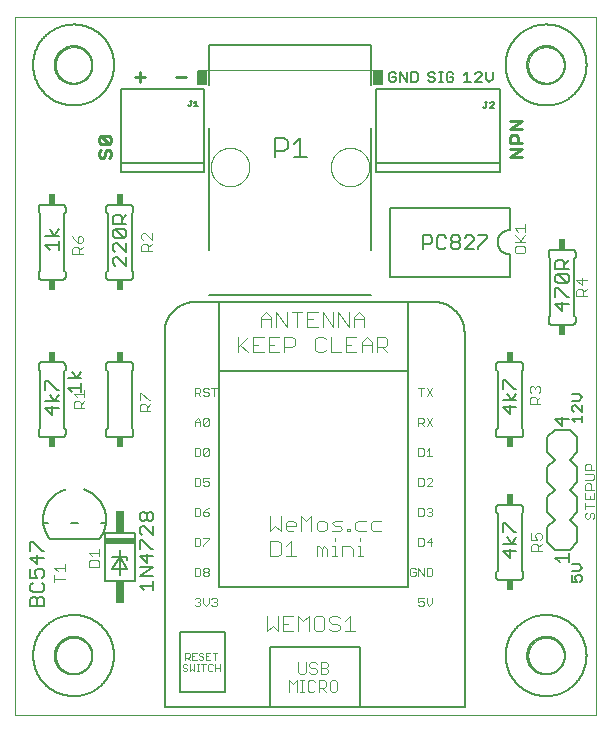
<source format=gto>
G75*
%MOIN*%
%OFA0B0*%
%FSLAX25Y25*%
%IPPOS*%
%LPD*%
%AMOC8*
5,1,8,0,0,1.08239X$1,22.5*
%
%ADD10C,0.00000*%
%ADD11C,0.00800*%
%ADD12C,0.00500*%
%ADD13C,0.00900*%
%ADD14C,0.01000*%
%ADD15C,0.00600*%
%ADD16R,0.02400X0.03400*%
%ADD17C,0.00400*%
%ADD18C,0.00200*%
%ADD19C,0.00300*%
%ADD20C,0.00039*%
%ADD21R,0.03642X0.05091*%
%ADD22R,0.10000X0.02000*%
%ADD23R,0.03000X0.07500*%
D10*
X0001800Y0001800D02*
X0001800Y0234261D01*
X0195501Y0234261D01*
X0195501Y0001800D01*
X0001800Y0001800D01*
X0015579Y0021485D02*
X0015581Y0021638D01*
X0015587Y0021792D01*
X0015597Y0021945D01*
X0015611Y0022097D01*
X0015629Y0022250D01*
X0015651Y0022401D01*
X0015676Y0022552D01*
X0015706Y0022703D01*
X0015740Y0022853D01*
X0015777Y0023001D01*
X0015818Y0023149D01*
X0015863Y0023295D01*
X0015912Y0023441D01*
X0015965Y0023585D01*
X0016021Y0023727D01*
X0016081Y0023868D01*
X0016145Y0024008D01*
X0016212Y0024146D01*
X0016283Y0024282D01*
X0016358Y0024416D01*
X0016435Y0024548D01*
X0016517Y0024678D01*
X0016601Y0024806D01*
X0016689Y0024932D01*
X0016780Y0025055D01*
X0016874Y0025176D01*
X0016972Y0025294D01*
X0017072Y0025410D01*
X0017176Y0025523D01*
X0017282Y0025634D01*
X0017391Y0025742D01*
X0017503Y0025847D01*
X0017617Y0025948D01*
X0017735Y0026047D01*
X0017854Y0026143D01*
X0017976Y0026236D01*
X0018101Y0026325D01*
X0018228Y0026412D01*
X0018357Y0026494D01*
X0018488Y0026574D01*
X0018621Y0026650D01*
X0018756Y0026723D01*
X0018893Y0026792D01*
X0019032Y0026857D01*
X0019172Y0026919D01*
X0019314Y0026977D01*
X0019457Y0027032D01*
X0019602Y0027083D01*
X0019748Y0027130D01*
X0019895Y0027173D01*
X0020043Y0027212D01*
X0020192Y0027248D01*
X0020342Y0027279D01*
X0020493Y0027307D01*
X0020644Y0027331D01*
X0020797Y0027351D01*
X0020949Y0027367D01*
X0021102Y0027379D01*
X0021255Y0027387D01*
X0021408Y0027391D01*
X0021562Y0027391D01*
X0021715Y0027387D01*
X0021868Y0027379D01*
X0022021Y0027367D01*
X0022173Y0027351D01*
X0022326Y0027331D01*
X0022477Y0027307D01*
X0022628Y0027279D01*
X0022778Y0027248D01*
X0022927Y0027212D01*
X0023075Y0027173D01*
X0023222Y0027130D01*
X0023368Y0027083D01*
X0023513Y0027032D01*
X0023656Y0026977D01*
X0023798Y0026919D01*
X0023938Y0026857D01*
X0024077Y0026792D01*
X0024214Y0026723D01*
X0024349Y0026650D01*
X0024482Y0026574D01*
X0024613Y0026494D01*
X0024742Y0026412D01*
X0024869Y0026325D01*
X0024994Y0026236D01*
X0025116Y0026143D01*
X0025235Y0026047D01*
X0025353Y0025948D01*
X0025467Y0025847D01*
X0025579Y0025742D01*
X0025688Y0025634D01*
X0025794Y0025523D01*
X0025898Y0025410D01*
X0025998Y0025294D01*
X0026096Y0025176D01*
X0026190Y0025055D01*
X0026281Y0024932D01*
X0026369Y0024806D01*
X0026453Y0024678D01*
X0026535Y0024548D01*
X0026612Y0024416D01*
X0026687Y0024282D01*
X0026758Y0024146D01*
X0026825Y0024008D01*
X0026889Y0023868D01*
X0026949Y0023727D01*
X0027005Y0023585D01*
X0027058Y0023441D01*
X0027107Y0023295D01*
X0027152Y0023149D01*
X0027193Y0023001D01*
X0027230Y0022853D01*
X0027264Y0022703D01*
X0027294Y0022552D01*
X0027319Y0022401D01*
X0027341Y0022250D01*
X0027359Y0022097D01*
X0027373Y0021945D01*
X0027383Y0021792D01*
X0027389Y0021638D01*
X0027391Y0021485D01*
X0027389Y0021332D01*
X0027383Y0021178D01*
X0027373Y0021025D01*
X0027359Y0020873D01*
X0027341Y0020720D01*
X0027319Y0020569D01*
X0027294Y0020418D01*
X0027264Y0020267D01*
X0027230Y0020117D01*
X0027193Y0019969D01*
X0027152Y0019821D01*
X0027107Y0019675D01*
X0027058Y0019529D01*
X0027005Y0019385D01*
X0026949Y0019243D01*
X0026889Y0019102D01*
X0026825Y0018962D01*
X0026758Y0018824D01*
X0026687Y0018688D01*
X0026612Y0018554D01*
X0026535Y0018422D01*
X0026453Y0018292D01*
X0026369Y0018164D01*
X0026281Y0018038D01*
X0026190Y0017915D01*
X0026096Y0017794D01*
X0025998Y0017676D01*
X0025898Y0017560D01*
X0025794Y0017447D01*
X0025688Y0017336D01*
X0025579Y0017228D01*
X0025467Y0017123D01*
X0025353Y0017022D01*
X0025235Y0016923D01*
X0025116Y0016827D01*
X0024994Y0016734D01*
X0024869Y0016645D01*
X0024742Y0016558D01*
X0024613Y0016476D01*
X0024482Y0016396D01*
X0024349Y0016320D01*
X0024214Y0016247D01*
X0024077Y0016178D01*
X0023938Y0016113D01*
X0023798Y0016051D01*
X0023656Y0015993D01*
X0023513Y0015938D01*
X0023368Y0015887D01*
X0023222Y0015840D01*
X0023075Y0015797D01*
X0022927Y0015758D01*
X0022778Y0015722D01*
X0022628Y0015691D01*
X0022477Y0015663D01*
X0022326Y0015639D01*
X0022173Y0015619D01*
X0022021Y0015603D01*
X0021868Y0015591D01*
X0021715Y0015583D01*
X0021562Y0015579D01*
X0021408Y0015579D01*
X0021255Y0015583D01*
X0021102Y0015591D01*
X0020949Y0015603D01*
X0020797Y0015619D01*
X0020644Y0015639D01*
X0020493Y0015663D01*
X0020342Y0015691D01*
X0020192Y0015722D01*
X0020043Y0015758D01*
X0019895Y0015797D01*
X0019748Y0015840D01*
X0019602Y0015887D01*
X0019457Y0015938D01*
X0019314Y0015993D01*
X0019172Y0016051D01*
X0019032Y0016113D01*
X0018893Y0016178D01*
X0018756Y0016247D01*
X0018621Y0016320D01*
X0018488Y0016396D01*
X0018357Y0016476D01*
X0018228Y0016558D01*
X0018101Y0016645D01*
X0017976Y0016734D01*
X0017854Y0016827D01*
X0017735Y0016923D01*
X0017617Y0017022D01*
X0017503Y0017123D01*
X0017391Y0017228D01*
X0017282Y0017336D01*
X0017176Y0017447D01*
X0017072Y0017560D01*
X0016972Y0017676D01*
X0016874Y0017794D01*
X0016780Y0017915D01*
X0016689Y0018038D01*
X0016601Y0018164D01*
X0016517Y0018292D01*
X0016435Y0018422D01*
X0016358Y0018554D01*
X0016283Y0018688D01*
X0016212Y0018824D01*
X0016145Y0018962D01*
X0016081Y0019102D01*
X0016021Y0019243D01*
X0015965Y0019385D01*
X0015912Y0019529D01*
X0015863Y0019675D01*
X0015818Y0019821D01*
X0015777Y0019969D01*
X0015740Y0020117D01*
X0015706Y0020267D01*
X0015676Y0020418D01*
X0015651Y0020569D01*
X0015629Y0020720D01*
X0015611Y0020873D01*
X0015597Y0021025D01*
X0015587Y0021178D01*
X0015581Y0021332D01*
X0015579Y0021485D01*
X0067231Y0184300D02*
X0067233Y0184460D01*
X0067239Y0184619D01*
X0067249Y0184778D01*
X0067263Y0184937D01*
X0067281Y0185096D01*
X0067302Y0185254D01*
X0067328Y0185411D01*
X0067358Y0185568D01*
X0067391Y0185724D01*
X0067429Y0185879D01*
X0067470Y0186033D01*
X0067515Y0186186D01*
X0067564Y0186338D01*
X0067617Y0186489D01*
X0067673Y0186638D01*
X0067734Y0186786D01*
X0067797Y0186932D01*
X0067865Y0187077D01*
X0067936Y0187220D01*
X0068010Y0187361D01*
X0068088Y0187500D01*
X0068170Y0187637D01*
X0068255Y0187772D01*
X0068343Y0187905D01*
X0068435Y0188036D01*
X0068529Y0188164D01*
X0068627Y0188290D01*
X0068728Y0188414D01*
X0068832Y0188535D01*
X0068939Y0188653D01*
X0069049Y0188769D01*
X0069162Y0188882D01*
X0069278Y0188992D01*
X0069396Y0189099D01*
X0069517Y0189203D01*
X0069641Y0189304D01*
X0069767Y0189402D01*
X0069895Y0189496D01*
X0070026Y0189588D01*
X0070159Y0189676D01*
X0070294Y0189761D01*
X0070431Y0189843D01*
X0070570Y0189921D01*
X0070711Y0189995D01*
X0070854Y0190066D01*
X0070999Y0190134D01*
X0071145Y0190197D01*
X0071293Y0190258D01*
X0071442Y0190314D01*
X0071593Y0190367D01*
X0071745Y0190416D01*
X0071898Y0190461D01*
X0072052Y0190502D01*
X0072207Y0190540D01*
X0072363Y0190573D01*
X0072520Y0190603D01*
X0072677Y0190629D01*
X0072835Y0190650D01*
X0072994Y0190668D01*
X0073153Y0190682D01*
X0073312Y0190692D01*
X0073471Y0190698D01*
X0073631Y0190700D01*
X0073791Y0190698D01*
X0073950Y0190692D01*
X0074109Y0190682D01*
X0074268Y0190668D01*
X0074427Y0190650D01*
X0074585Y0190629D01*
X0074742Y0190603D01*
X0074899Y0190573D01*
X0075055Y0190540D01*
X0075210Y0190502D01*
X0075364Y0190461D01*
X0075517Y0190416D01*
X0075669Y0190367D01*
X0075820Y0190314D01*
X0075969Y0190258D01*
X0076117Y0190197D01*
X0076263Y0190134D01*
X0076408Y0190066D01*
X0076551Y0189995D01*
X0076692Y0189921D01*
X0076831Y0189843D01*
X0076968Y0189761D01*
X0077103Y0189676D01*
X0077236Y0189588D01*
X0077367Y0189496D01*
X0077495Y0189402D01*
X0077621Y0189304D01*
X0077745Y0189203D01*
X0077866Y0189099D01*
X0077984Y0188992D01*
X0078100Y0188882D01*
X0078213Y0188769D01*
X0078323Y0188653D01*
X0078430Y0188535D01*
X0078534Y0188414D01*
X0078635Y0188290D01*
X0078733Y0188164D01*
X0078827Y0188036D01*
X0078919Y0187905D01*
X0079007Y0187772D01*
X0079092Y0187637D01*
X0079174Y0187500D01*
X0079252Y0187361D01*
X0079326Y0187220D01*
X0079397Y0187077D01*
X0079465Y0186932D01*
X0079528Y0186786D01*
X0079589Y0186638D01*
X0079645Y0186489D01*
X0079698Y0186338D01*
X0079747Y0186186D01*
X0079792Y0186033D01*
X0079833Y0185879D01*
X0079871Y0185724D01*
X0079904Y0185568D01*
X0079934Y0185411D01*
X0079960Y0185254D01*
X0079981Y0185096D01*
X0079999Y0184937D01*
X0080013Y0184778D01*
X0080023Y0184619D01*
X0080029Y0184460D01*
X0080031Y0184300D01*
X0080029Y0184140D01*
X0080023Y0183981D01*
X0080013Y0183822D01*
X0079999Y0183663D01*
X0079981Y0183504D01*
X0079960Y0183346D01*
X0079934Y0183189D01*
X0079904Y0183032D01*
X0079871Y0182876D01*
X0079833Y0182721D01*
X0079792Y0182567D01*
X0079747Y0182414D01*
X0079698Y0182262D01*
X0079645Y0182111D01*
X0079589Y0181962D01*
X0079528Y0181814D01*
X0079465Y0181668D01*
X0079397Y0181523D01*
X0079326Y0181380D01*
X0079252Y0181239D01*
X0079174Y0181100D01*
X0079092Y0180963D01*
X0079007Y0180828D01*
X0078919Y0180695D01*
X0078827Y0180564D01*
X0078733Y0180436D01*
X0078635Y0180310D01*
X0078534Y0180186D01*
X0078430Y0180065D01*
X0078323Y0179947D01*
X0078213Y0179831D01*
X0078100Y0179718D01*
X0077984Y0179608D01*
X0077866Y0179501D01*
X0077745Y0179397D01*
X0077621Y0179296D01*
X0077495Y0179198D01*
X0077367Y0179104D01*
X0077236Y0179012D01*
X0077103Y0178924D01*
X0076968Y0178839D01*
X0076831Y0178757D01*
X0076692Y0178679D01*
X0076551Y0178605D01*
X0076408Y0178534D01*
X0076263Y0178466D01*
X0076117Y0178403D01*
X0075969Y0178342D01*
X0075820Y0178286D01*
X0075669Y0178233D01*
X0075517Y0178184D01*
X0075364Y0178139D01*
X0075210Y0178098D01*
X0075055Y0178060D01*
X0074899Y0178027D01*
X0074742Y0177997D01*
X0074585Y0177971D01*
X0074427Y0177950D01*
X0074268Y0177932D01*
X0074109Y0177918D01*
X0073950Y0177908D01*
X0073791Y0177902D01*
X0073631Y0177900D01*
X0073471Y0177902D01*
X0073312Y0177908D01*
X0073153Y0177918D01*
X0072994Y0177932D01*
X0072835Y0177950D01*
X0072677Y0177971D01*
X0072520Y0177997D01*
X0072363Y0178027D01*
X0072207Y0178060D01*
X0072052Y0178098D01*
X0071898Y0178139D01*
X0071745Y0178184D01*
X0071593Y0178233D01*
X0071442Y0178286D01*
X0071293Y0178342D01*
X0071145Y0178403D01*
X0070999Y0178466D01*
X0070854Y0178534D01*
X0070711Y0178605D01*
X0070570Y0178679D01*
X0070431Y0178757D01*
X0070294Y0178839D01*
X0070159Y0178924D01*
X0070026Y0179012D01*
X0069895Y0179104D01*
X0069767Y0179198D01*
X0069641Y0179296D01*
X0069517Y0179397D01*
X0069396Y0179501D01*
X0069278Y0179608D01*
X0069162Y0179718D01*
X0069049Y0179831D01*
X0068939Y0179947D01*
X0068832Y0180065D01*
X0068728Y0180186D01*
X0068627Y0180310D01*
X0068529Y0180436D01*
X0068435Y0180564D01*
X0068343Y0180695D01*
X0068255Y0180828D01*
X0068170Y0180963D01*
X0068088Y0181100D01*
X0068010Y0181239D01*
X0067936Y0181380D01*
X0067865Y0181523D01*
X0067797Y0181668D01*
X0067734Y0181814D01*
X0067673Y0181962D01*
X0067617Y0182111D01*
X0067564Y0182262D01*
X0067515Y0182414D01*
X0067470Y0182567D01*
X0067429Y0182721D01*
X0067391Y0182876D01*
X0067358Y0183032D01*
X0067328Y0183189D01*
X0067302Y0183346D01*
X0067281Y0183504D01*
X0067263Y0183663D01*
X0067249Y0183822D01*
X0067239Y0183981D01*
X0067233Y0184140D01*
X0067231Y0184300D01*
X0015579Y0218335D02*
X0015581Y0218488D01*
X0015587Y0218642D01*
X0015597Y0218795D01*
X0015611Y0218947D01*
X0015629Y0219100D01*
X0015651Y0219251D01*
X0015676Y0219402D01*
X0015706Y0219553D01*
X0015740Y0219703D01*
X0015777Y0219851D01*
X0015818Y0219999D01*
X0015863Y0220145D01*
X0015912Y0220291D01*
X0015965Y0220435D01*
X0016021Y0220577D01*
X0016081Y0220718D01*
X0016145Y0220858D01*
X0016212Y0220996D01*
X0016283Y0221132D01*
X0016358Y0221266D01*
X0016435Y0221398D01*
X0016517Y0221528D01*
X0016601Y0221656D01*
X0016689Y0221782D01*
X0016780Y0221905D01*
X0016874Y0222026D01*
X0016972Y0222144D01*
X0017072Y0222260D01*
X0017176Y0222373D01*
X0017282Y0222484D01*
X0017391Y0222592D01*
X0017503Y0222697D01*
X0017617Y0222798D01*
X0017735Y0222897D01*
X0017854Y0222993D01*
X0017976Y0223086D01*
X0018101Y0223175D01*
X0018228Y0223262D01*
X0018357Y0223344D01*
X0018488Y0223424D01*
X0018621Y0223500D01*
X0018756Y0223573D01*
X0018893Y0223642D01*
X0019032Y0223707D01*
X0019172Y0223769D01*
X0019314Y0223827D01*
X0019457Y0223882D01*
X0019602Y0223933D01*
X0019748Y0223980D01*
X0019895Y0224023D01*
X0020043Y0224062D01*
X0020192Y0224098D01*
X0020342Y0224129D01*
X0020493Y0224157D01*
X0020644Y0224181D01*
X0020797Y0224201D01*
X0020949Y0224217D01*
X0021102Y0224229D01*
X0021255Y0224237D01*
X0021408Y0224241D01*
X0021562Y0224241D01*
X0021715Y0224237D01*
X0021868Y0224229D01*
X0022021Y0224217D01*
X0022173Y0224201D01*
X0022326Y0224181D01*
X0022477Y0224157D01*
X0022628Y0224129D01*
X0022778Y0224098D01*
X0022927Y0224062D01*
X0023075Y0224023D01*
X0023222Y0223980D01*
X0023368Y0223933D01*
X0023513Y0223882D01*
X0023656Y0223827D01*
X0023798Y0223769D01*
X0023938Y0223707D01*
X0024077Y0223642D01*
X0024214Y0223573D01*
X0024349Y0223500D01*
X0024482Y0223424D01*
X0024613Y0223344D01*
X0024742Y0223262D01*
X0024869Y0223175D01*
X0024994Y0223086D01*
X0025116Y0222993D01*
X0025235Y0222897D01*
X0025353Y0222798D01*
X0025467Y0222697D01*
X0025579Y0222592D01*
X0025688Y0222484D01*
X0025794Y0222373D01*
X0025898Y0222260D01*
X0025998Y0222144D01*
X0026096Y0222026D01*
X0026190Y0221905D01*
X0026281Y0221782D01*
X0026369Y0221656D01*
X0026453Y0221528D01*
X0026535Y0221398D01*
X0026612Y0221266D01*
X0026687Y0221132D01*
X0026758Y0220996D01*
X0026825Y0220858D01*
X0026889Y0220718D01*
X0026949Y0220577D01*
X0027005Y0220435D01*
X0027058Y0220291D01*
X0027107Y0220145D01*
X0027152Y0219999D01*
X0027193Y0219851D01*
X0027230Y0219703D01*
X0027264Y0219553D01*
X0027294Y0219402D01*
X0027319Y0219251D01*
X0027341Y0219100D01*
X0027359Y0218947D01*
X0027373Y0218795D01*
X0027383Y0218642D01*
X0027389Y0218488D01*
X0027391Y0218335D01*
X0027389Y0218182D01*
X0027383Y0218028D01*
X0027373Y0217875D01*
X0027359Y0217723D01*
X0027341Y0217570D01*
X0027319Y0217419D01*
X0027294Y0217268D01*
X0027264Y0217117D01*
X0027230Y0216967D01*
X0027193Y0216819D01*
X0027152Y0216671D01*
X0027107Y0216525D01*
X0027058Y0216379D01*
X0027005Y0216235D01*
X0026949Y0216093D01*
X0026889Y0215952D01*
X0026825Y0215812D01*
X0026758Y0215674D01*
X0026687Y0215538D01*
X0026612Y0215404D01*
X0026535Y0215272D01*
X0026453Y0215142D01*
X0026369Y0215014D01*
X0026281Y0214888D01*
X0026190Y0214765D01*
X0026096Y0214644D01*
X0025998Y0214526D01*
X0025898Y0214410D01*
X0025794Y0214297D01*
X0025688Y0214186D01*
X0025579Y0214078D01*
X0025467Y0213973D01*
X0025353Y0213872D01*
X0025235Y0213773D01*
X0025116Y0213677D01*
X0024994Y0213584D01*
X0024869Y0213495D01*
X0024742Y0213408D01*
X0024613Y0213326D01*
X0024482Y0213246D01*
X0024349Y0213170D01*
X0024214Y0213097D01*
X0024077Y0213028D01*
X0023938Y0212963D01*
X0023798Y0212901D01*
X0023656Y0212843D01*
X0023513Y0212788D01*
X0023368Y0212737D01*
X0023222Y0212690D01*
X0023075Y0212647D01*
X0022927Y0212608D01*
X0022778Y0212572D01*
X0022628Y0212541D01*
X0022477Y0212513D01*
X0022326Y0212489D01*
X0022173Y0212469D01*
X0022021Y0212453D01*
X0021868Y0212441D01*
X0021715Y0212433D01*
X0021562Y0212429D01*
X0021408Y0212429D01*
X0021255Y0212433D01*
X0021102Y0212441D01*
X0020949Y0212453D01*
X0020797Y0212469D01*
X0020644Y0212489D01*
X0020493Y0212513D01*
X0020342Y0212541D01*
X0020192Y0212572D01*
X0020043Y0212608D01*
X0019895Y0212647D01*
X0019748Y0212690D01*
X0019602Y0212737D01*
X0019457Y0212788D01*
X0019314Y0212843D01*
X0019172Y0212901D01*
X0019032Y0212963D01*
X0018893Y0213028D01*
X0018756Y0213097D01*
X0018621Y0213170D01*
X0018488Y0213246D01*
X0018357Y0213326D01*
X0018228Y0213408D01*
X0018101Y0213495D01*
X0017976Y0213584D01*
X0017854Y0213677D01*
X0017735Y0213773D01*
X0017617Y0213872D01*
X0017503Y0213973D01*
X0017391Y0214078D01*
X0017282Y0214186D01*
X0017176Y0214297D01*
X0017072Y0214410D01*
X0016972Y0214526D01*
X0016874Y0214644D01*
X0016780Y0214765D01*
X0016689Y0214888D01*
X0016601Y0215014D01*
X0016517Y0215142D01*
X0016435Y0215272D01*
X0016358Y0215404D01*
X0016283Y0215538D01*
X0016212Y0215674D01*
X0016145Y0215812D01*
X0016081Y0215952D01*
X0016021Y0216093D01*
X0015965Y0216235D01*
X0015912Y0216379D01*
X0015863Y0216525D01*
X0015818Y0216671D01*
X0015777Y0216819D01*
X0015740Y0216967D01*
X0015706Y0217117D01*
X0015676Y0217268D01*
X0015651Y0217419D01*
X0015629Y0217570D01*
X0015611Y0217723D01*
X0015597Y0217875D01*
X0015587Y0218028D01*
X0015581Y0218182D01*
X0015579Y0218335D01*
X0107231Y0184300D02*
X0107233Y0184460D01*
X0107239Y0184619D01*
X0107249Y0184778D01*
X0107263Y0184937D01*
X0107281Y0185096D01*
X0107302Y0185254D01*
X0107328Y0185411D01*
X0107358Y0185568D01*
X0107391Y0185724D01*
X0107429Y0185879D01*
X0107470Y0186033D01*
X0107515Y0186186D01*
X0107564Y0186338D01*
X0107617Y0186489D01*
X0107673Y0186638D01*
X0107734Y0186786D01*
X0107797Y0186932D01*
X0107865Y0187077D01*
X0107936Y0187220D01*
X0108010Y0187361D01*
X0108088Y0187500D01*
X0108170Y0187637D01*
X0108255Y0187772D01*
X0108343Y0187905D01*
X0108435Y0188036D01*
X0108529Y0188164D01*
X0108627Y0188290D01*
X0108728Y0188414D01*
X0108832Y0188535D01*
X0108939Y0188653D01*
X0109049Y0188769D01*
X0109162Y0188882D01*
X0109278Y0188992D01*
X0109396Y0189099D01*
X0109517Y0189203D01*
X0109641Y0189304D01*
X0109767Y0189402D01*
X0109895Y0189496D01*
X0110026Y0189588D01*
X0110159Y0189676D01*
X0110294Y0189761D01*
X0110431Y0189843D01*
X0110570Y0189921D01*
X0110711Y0189995D01*
X0110854Y0190066D01*
X0110999Y0190134D01*
X0111145Y0190197D01*
X0111293Y0190258D01*
X0111442Y0190314D01*
X0111593Y0190367D01*
X0111745Y0190416D01*
X0111898Y0190461D01*
X0112052Y0190502D01*
X0112207Y0190540D01*
X0112363Y0190573D01*
X0112520Y0190603D01*
X0112677Y0190629D01*
X0112835Y0190650D01*
X0112994Y0190668D01*
X0113153Y0190682D01*
X0113312Y0190692D01*
X0113471Y0190698D01*
X0113631Y0190700D01*
X0113791Y0190698D01*
X0113950Y0190692D01*
X0114109Y0190682D01*
X0114268Y0190668D01*
X0114427Y0190650D01*
X0114585Y0190629D01*
X0114742Y0190603D01*
X0114899Y0190573D01*
X0115055Y0190540D01*
X0115210Y0190502D01*
X0115364Y0190461D01*
X0115517Y0190416D01*
X0115669Y0190367D01*
X0115820Y0190314D01*
X0115969Y0190258D01*
X0116117Y0190197D01*
X0116263Y0190134D01*
X0116408Y0190066D01*
X0116551Y0189995D01*
X0116692Y0189921D01*
X0116831Y0189843D01*
X0116968Y0189761D01*
X0117103Y0189676D01*
X0117236Y0189588D01*
X0117367Y0189496D01*
X0117495Y0189402D01*
X0117621Y0189304D01*
X0117745Y0189203D01*
X0117866Y0189099D01*
X0117984Y0188992D01*
X0118100Y0188882D01*
X0118213Y0188769D01*
X0118323Y0188653D01*
X0118430Y0188535D01*
X0118534Y0188414D01*
X0118635Y0188290D01*
X0118733Y0188164D01*
X0118827Y0188036D01*
X0118919Y0187905D01*
X0119007Y0187772D01*
X0119092Y0187637D01*
X0119174Y0187500D01*
X0119252Y0187361D01*
X0119326Y0187220D01*
X0119397Y0187077D01*
X0119465Y0186932D01*
X0119528Y0186786D01*
X0119589Y0186638D01*
X0119645Y0186489D01*
X0119698Y0186338D01*
X0119747Y0186186D01*
X0119792Y0186033D01*
X0119833Y0185879D01*
X0119871Y0185724D01*
X0119904Y0185568D01*
X0119934Y0185411D01*
X0119960Y0185254D01*
X0119981Y0185096D01*
X0119999Y0184937D01*
X0120013Y0184778D01*
X0120023Y0184619D01*
X0120029Y0184460D01*
X0120031Y0184300D01*
X0120029Y0184140D01*
X0120023Y0183981D01*
X0120013Y0183822D01*
X0119999Y0183663D01*
X0119981Y0183504D01*
X0119960Y0183346D01*
X0119934Y0183189D01*
X0119904Y0183032D01*
X0119871Y0182876D01*
X0119833Y0182721D01*
X0119792Y0182567D01*
X0119747Y0182414D01*
X0119698Y0182262D01*
X0119645Y0182111D01*
X0119589Y0181962D01*
X0119528Y0181814D01*
X0119465Y0181668D01*
X0119397Y0181523D01*
X0119326Y0181380D01*
X0119252Y0181239D01*
X0119174Y0181100D01*
X0119092Y0180963D01*
X0119007Y0180828D01*
X0118919Y0180695D01*
X0118827Y0180564D01*
X0118733Y0180436D01*
X0118635Y0180310D01*
X0118534Y0180186D01*
X0118430Y0180065D01*
X0118323Y0179947D01*
X0118213Y0179831D01*
X0118100Y0179718D01*
X0117984Y0179608D01*
X0117866Y0179501D01*
X0117745Y0179397D01*
X0117621Y0179296D01*
X0117495Y0179198D01*
X0117367Y0179104D01*
X0117236Y0179012D01*
X0117103Y0178924D01*
X0116968Y0178839D01*
X0116831Y0178757D01*
X0116692Y0178679D01*
X0116551Y0178605D01*
X0116408Y0178534D01*
X0116263Y0178466D01*
X0116117Y0178403D01*
X0115969Y0178342D01*
X0115820Y0178286D01*
X0115669Y0178233D01*
X0115517Y0178184D01*
X0115364Y0178139D01*
X0115210Y0178098D01*
X0115055Y0178060D01*
X0114899Y0178027D01*
X0114742Y0177997D01*
X0114585Y0177971D01*
X0114427Y0177950D01*
X0114268Y0177932D01*
X0114109Y0177918D01*
X0113950Y0177908D01*
X0113791Y0177902D01*
X0113631Y0177900D01*
X0113471Y0177902D01*
X0113312Y0177908D01*
X0113153Y0177918D01*
X0112994Y0177932D01*
X0112835Y0177950D01*
X0112677Y0177971D01*
X0112520Y0177997D01*
X0112363Y0178027D01*
X0112207Y0178060D01*
X0112052Y0178098D01*
X0111898Y0178139D01*
X0111745Y0178184D01*
X0111593Y0178233D01*
X0111442Y0178286D01*
X0111293Y0178342D01*
X0111145Y0178403D01*
X0110999Y0178466D01*
X0110854Y0178534D01*
X0110711Y0178605D01*
X0110570Y0178679D01*
X0110431Y0178757D01*
X0110294Y0178839D01*
X0110159Y0178924D01*
X0110026Y0179012D01*
X0109895Y0179104D01*
X0109767Y0179198D01*
X0109641Y0179296D01*
X0109517Y0179397D01*
X0109396Y0179501D01*
X0109278Y0179608D01*
X0109162Y0179718D01*
X0109049Y0179831D01*
X0108939Y0179947D01*
X0108832Y0180065D01*
X0108728Y0180186D01*
X0108627Y0180310D01*
X0108529Y0180436D01*
X0108435Y0180564D01*
X0108343Y0180695D01*
X0108255Y0180828D01*
X0108170Y0180963D01*
X0108088Y0181100D01*
X0108010Y0181239D01*
X0107936Y0181380D01*
X0107865Y0181523D01*
X0107797Y0181668D01*
X0107734Y0181814D01*
X0107673Y0181962D01*
X0107617Y0182111D01*
X0107564Y0182262D01*
X0107515Y0182414D01*
X0107470Y0182567D01*
X0107429Y0182721D01*
X0107391Y0182876D01*
X0107358Y0183032D01*
X0107328Y0183189D01*
X0107302Y0183346D01*
X0107281Y0183504D01*
X0107263Y0183663D01*
X0107249Y0183822D01*
X0107239Y0183981D01*
X0107233Y0184140D01*
X0107231Y0184300D01*
X0173059Y0218335D02*
X0173061Y0218488D01*
X0173067Y0218642D01*
X0173077Y0218795D01*
X0173091Y0218947D01*
X0173109Y0219100D01*
X0173131Y0219251D01*
X0173156Y0219402D01*
X0173186Y0219553D01*
X0173220Y0219703D01*
X0173257Y0219851D01*
X0173298Y0219999D01*
X0173343Y0220145D01*
X0173392Y0220291D01*
X0173445Y0220435D01*
X0173501Y0220577D01*
X0173561Y0220718D01*
X0173625Y0220858D01*
X0173692Y0220996D01*
X0173763Y0221132D01*
X0173838Y0221266D01*
X0173915Y0221398D01*
X0173997Y0221528D01*
X0174081Y0221656D01*
X0174169Y0221782D01*
X0174260Y0221905D01*
X0174354Y0222026D01*
X0174452Y0222144D01*
X0174552Y0222260D01*
X0174656Y0222373D01*
X0174762Y0222484D01*
X0174871Y0222592D01*
X0174983Y0222697D01*
X0175097Y0222798D01*
X0175215Y0222897D01*
X0175334Y0222993D01*
X0175456Y0223086D01*
X0175581Y0223175D01*
X0175708Y0223262D01*
X0175837Y0223344D01*
X0175968Y0223424D01*
X0176101Y0223500D01*
X0176236Y0223573D01*
X0176373Y0223642D01*
X0176512Y0223707D01*
X0176652Y0223769D01*
X0176794Y0223827D01*
X0176937Y0223882D01*
X0177082Y0223933D01*
X0177228Y0223980D01*
X0177375Y0224023D01*
X0177523Y0224062D01*
X0177672Y0224098D01*
X0177822Y0224129D01*
X0177973Y0224157D01*
X0178124Y0224181D01*
X0178277Y0224201D01*
X0178429Y0224217D01*
X0178582Y0224229D01*
X0178735Y0224237D01*
X0178888Y0224241D01*
X0179042Y0224241D01*
X0179195Y0224237D01*
X0179348Y0224229D01*
X0179501Y0224217D01*
X0179653Y0224201D01*
X0179806Y0224181D01*
X0179957Y0224157D01*
X0180108Y0224129D01*
X0180258Y0224098D01*
X0180407Y0224062D01*
X0180555Y0224023D01*
X0180702Y0223980D01*
X0180848Y0223933D01*
X0180993Y0223882D01*
X0181136Y0223827D01*
X0181278Y0223769D01*
X0181418Y0223707D01*
X0181557Y0223642D01*
X0181694Y0223573D01*
X0181829Y0223500D01*
X0181962Y0223424D01*
X0182093Y0223344D01*
X0182222Y0223262D01*
X0182349Y0223175D01*
X0182474Y0223086D01*
X0182596Y0222993D01*
X0182715Y0222897D01*
X0182833Y0222798D01*
X0182947Y0222697D01*
X0183059Y0222592D01*
X0183168Y0222484D01*
X0183274Y0222373D01*
X0183378Y0222260D01*
X0183478Y0222144D01*
X0183576Y0222026D01*
X0183670Y0221905D01*
X0183761Y0221782D01*
X0183849Y0221656D01*
X0183933Y0221528D01*
X0184015Y0221398D01*
X0184092Y0221266D01*
X0184167Y0221132D01*
X0184238Y0220996D01*
X0184305Y0220858D01*
X0184369Y0220718D01*
X0184429Y0220577D01*
X0184485Y0220435D01*
X0184538Y0220291D01*
X0184587Y0220145D01*
X0184632Y0219999D01*
X0184673Y0219851D01*
X0184710Y0219703D01*
X0184744Y0219553D01*
X0184774Y0219402D01*
X0184799Y0219251D01*
X0184821Y0219100D01*
X0184839Y0218947D01*
X0184853Y0218795D01*
X0184863Y0218642D01*
X0184869Y0218488D01*
X0184871Y0218335D01*
X0184869Y0218182D01*
X0184863Y0218028D01*
X0184853Y0217875D01*
X0184839Y0217723D01*
X0184821Y0217570D01*
X0184799Y0217419D01*
X0184774Y0217268D01*
X0184744Y0217117D01*
X0184710Y0216967D01*
X0184673Y0216819D01*
X0184632Y0216671D01*
X0184587Y0216525D01*
X0184538Y0216379D01*
X0184485Y0216235D01*
X0184429Y0216093D01*
X0184369Y0215952D01*
X0184305Y0215812D01*
X0184238Y0215674D01*
X0184167Y0215538D01*
X0184092Y0215404D01*
X0184015Y0215272D01*
X0183933Y0215142D01*
X0183849Y0215014D01*
X0183761Y0214888D01*
X0183670Y0214765D01*
X0183576Y0214644D01*
X0183478Y0214526D01*
X0183378Y0214410D01*
X0183274Y0214297D01*
X0183168Y0214186D01*
X0183059Y0214078D01*
X0182947Y0213973D01*
X0182833Y0213872D01*
X0182715Y0213773D01*
X0182596Y0213677D01*
X0182474Y0213584D01*
X0182349Y0213495D01*
X0182222Y0213408D01*
X0182093Y0213326D01*
X0181962Y0213246D01*
X0181829Y0213170D01*
X0181694Y0213097D01*
X0181557Y0213028D01*
X0181418Y0212963D01*
X0181278Y0212901D01*
X0181136Y0212843D01*
X0180993Y0212788D01*
X0180848Y0212737D01*
X0180702Y0212690D01*
X0180555Y0212647D01*
X0180407Y0212608D01*
X0180258Y0212572D01*
X0180108Y0212541D01*
X0179957Y0212513D01*
X0179806Y0212489D01*
X0179653Y0212469D01*
X0179501Y0212453D01*
X0179348Y0212441D01*
X0179195Y0212433D01*
X0179042Y0212429D01*
X0178888Y0212429D01*
X0178735Y0212433D01*
X0178582Y0212441D01*
X0178429Y0212453D01*
X0178277Y0212469D01*
X0178124Y0212489D01*
X0177973Y0212513D01*
X0177822Y0212541D01*
X0177672Y0212572D01*
X0177523Y0212608D01*
X0177375Y0212647D01*
X0177228Y0212690D01*
X0177082Y0212737D01*
X0176937Y0212788D01*
X0176794Y0212843D01*
X0176652Y0212901D01*
X0176512Y0212963D01*
X0176373Y0213028D01*
X0176236Y0213097D01*
X0176101Y0213170D01*
X0175968Y0213246D01*
X0175837Y0213326D01*
X0175708Y0213408D01*
X0175581Y0213495D01*
X0175456Y0213584D01*
X0175334Y0213677D01*
X0175215Y0213773D01*
X0175097Y0213872D01*
X0174983Y0213973D01*
X0174871Y0214078D01*
X0174762Y0214186D01*
X0174656Y0214297D01*
X0174552Y0214410D01*
X0174452Y0214526D01*
X0174354Y0214644D01*
X0174260Y0214765D01*
X0174169Y0214888D01*
X0174081Y0215014D01*
X0173997Y0215142D01*
X0173915Y0215272D01*
X0173838Y0215404D01*
X0173763Y0215538D01*
X0173692Y0215674D01*
X0173625Y0215812D01*
X0173561Y0215952D01*
X0173501Y0216093D01*
X0173445Y0216235D01*
X0173392Y0216379D01*
X0173343Y0216525D01*
X0173298Y0216671D01*
X0173257Y0216819D01*
X0173220Y0216967D01*
X0173186Y0217117D01*
X0173156Y0217268D01*
X0173131Y0217419D01*
X0173109Y0217570D01*
X0173091Y0217723D01*
X0173077Y0217875D01*
X0173067Y0218028D01*
X0173061Y0218182D01*
X0173059Y0218335D01*
X0173059Y0021485D02*
X0173061Y0021638D01*
X0173067Y0021792D01*
X0173077Y0021945D01*
X0173091Y0022097D01*
X0173109Y0022250D01*
X0173131Y0022401D01*
X0173156Y0022552D01*
X0173186Y0022703D01*
X0173220Y0022853D01*
X0173257Y0023001D01*
X0173298Y0023149D01*
X0173343Y0023295D01*
X0173392Y0023441D01*
X0173445Y0023585D01*
X0173501Y0023727D01*
X0173561Y0023868D01*
X0173625Y0024008D01*
X0173692Y0024146D01*
X0173763Y0024282D01*
X0173838Y0024416D01*
X0173915Y0024548D01*
X0173997Y0024678D01*
X0174081Y0024806D01*
X0174169Y0024932D01*
X0174260Y0025055D01*
X0174354Y0025176D01*
X0174452Y0025294D01*
X0174552Y0025410D01*
X0174656Y0025523D01*
X0174762Y0025634D01*
X0174871Y0025742D01*
X0174983Y0025847D01*
X0175097Y0025948D01*
X0175215Y0026047D01*
X0175334Y0026143D01*
X0175456Y0026236D01*
X0175581Y0026325D01*
X0175708Y0026412D01*
X0175837Y0026494D01*
X0175968Y0026574D01*
X0176101Y0026650D01*
X0176236Y0026723D01*
X0176373Y0026792D01*
X0176512Y0026857D01*
X0176652Y0026919D01*
X0176794Y0026977D01*
X0176937Y0027032D01*
X0177082Y0027083D01*
X0177228Y0027130D01*
X0177375Y0027173D01*
X0177523Y0027212D01*
X0177672Y0027248D01*
X0177822Y0027279D01*
X0177973Y0027307D01*
X0178124Y0027331D01*
X0178277Y0027351D01*
X0178429Y0027367D01*
X0178582Y0027379D01*
X0178735Y0027387D01*
X0178888Y0027391D01*
X0179042Y0027391D01*
X0179195Y0027387D01*
X0179348Y0027379D01*
X0179501Y0027367D01*
X0179653Y0027351D01*
X0179806Y0027331D01*
X0179957Y0027307D01*
X0180108Y0027279D01*
X0180258Y0027248D01*
X0180407Y0027212D01*
X0180555Y0027173D01*
X0180702Y0027130D01*
X0180848Y0027083D01*
X0180993Y0027032D01*
X0181136Y0026977D01*
X0181278Y0026919D01*
X0181418Y0026857D01*
X0181557Y0026792D01*
X0181694Y0026723D01*
X0181829Y0026650D01*
X0181962Y0026574D01*
X0182093Y0026494D01*
X0182222Y0026412D01*
X0182349Y0026325D01*
X0182474Y0026236D01*
X0182596Y0026143D01*
X0182715Y0026047D01*
X0182833Y0025948D01*
X0182947Y0025847D01*
X0183059Y0025742D01*
X0183168Y0025634D01*
X0183274Y0025523D01*
X0183378Y0025410D01*
X0183478Y0025294D01*
X0183576Y0025176D01*
X0183670Y0025055D01*
X0183761Y0024932D01*
X0183849Y0024806D01*
X0183933Y0024678D01*
X0184015Y0024548D01*
X0184092Y0024416D01*
X0184167Y0024282D01*
X0184238Y0024146D01*
X0184305Y0024008D01*
X0184369Y0023868D01*
X0184429Y0023727D01*
X0184485Y0023585D01*
X0184538Y0023441D01*
X0184587Y0023295D01*
X0184632Y0023149D01*
X0184673Y0023001D01*
X0184710Y0022853D01*
X0184744Y0022703D01*
X0184774Y0022552D01*
X0184799Y0022401D01*
X0184821Y0022250D01*
X0184839Y0022097D01*
X0184853Y0021945D01*
X0184863Y0021792D01*
X0184869Y0021638D01*
X0184871Y0021485D01*
X0184869Y0021332D01*
X0184863Y0021178D01*
X0184853Y0021025D01*
X0184839Y0020873D01*
X0184821Y0020720D01*
X0184799Y0020569D01*
X0184774Y0020418D01*
X0184744Y0020267D01*
X0184710Y0020117D01*
X0184673Y0019969D01*
X0184632Y0019821D01*
X0184587Y0019675D01*
X0184538Y0019529D01*
X0184485Y0019385D01*
X0184429Y0019243D01*
X0184369Y0019102D01*
X0184305Y0018962D01*
X0184238Y0018824D01*
X0184167Y0018688D01*
X0184092Y0018554D01*
X0184015Y0018422D01*
X0183933Y0018292D01*
X0183849Y0018164D01*
X0183761Y0018038D01*
X0183670Y0017915D01*
X0183576Y0017794D01*
X0183478Y0017676D01*
X0183378Y0017560D01*
X0183274Y0017447D01*
X0183168Y0017336D01*
X0183059Y0017228D01*
X0182947Y0017123D01*
X0182833Y0017022D01*
X0182715Y0016923D01*
X0182596Y0016827D01*
X0182474Y0016734D01*
X0182349Y0016645D01*
X0182222Y0016558D01*
X0182093Y0016476D01*
X0181962Y0016396D01*
X0181829Y0016320D01*
X0181694Y0016247D01*
X0181557Y0016178D01*
X0181418Y0016113D01*
X0181278Y0016051D01*
X0181136Y0015993D01*
X0180993Y0015938D01*
X0180848Y0015887D01*
X0180702Y0015840D01*
X0180555Y0015797D01*
X0180407Y0015758D01*
X0180258Y0015722D01*
X0180108Y0015691D01*
X0179957Y0015663D01*
X0179806Y0015639D01*
X0179653Y0015619D01*
X0179501Y0015603D01*
X0179348Y0015591D01*
X0179195Y0015583D01*
X0179042Y0015579D01*
X0178888Y0015579D01*
X0178735Y0015583D01*
X0178582Y0015591D01*
X0178429Y0015603D01*
X0178277Y0015619D01*
X0178124Y0015639D01*
X0177973Y0015663D01*
X0177822Y0015691D01*
X0177672Y0015722D01*
X0177523Y0015758D01*
X0177375Y0015797D01*
X0177228Y0015840D01*
X0177082Y0015887D01*
X0176937Y0015938D01*
X0176794Y0015993D01*
X0176652Y0016051D01*
X0176512Y0016113D01*
X0176373Y0016178D01*
X0176236Y0016247D01*
X0176101Y0016320D01*
X0175968Y0016396D01*
X0175837Y0016476D01*
X0175708Y0016558D01*
X0175581Y0016645D01*
X0175456Y0016734D01*
X0175334Y0016827D01*
X0175215Y0016923D01*
X0175097Y0017022D01*
X0174983Y0017123D01*
X0174871Y0017228D01*
X0174762Y0017336D01*
X0174656Y0017447D01*
X0174552Y0017560D01*
X0174452Y0017676D01*
X0174354Y0017794D01*
X0174260Y0017915D01*
X0174169Y0018038D01*
X0174081Y0018164D01*
X0173997Y0018292D01*
X0173915Y0018422D01*
X0173838Y0018554D01*
X0173763Y0018688D01*
X0173692Y0018824D01*
X0173625Y0018962D01*
X0173561Y0019102D01*
X0173501Y0019243D01*
X0173445Y0019385D01*
X0173392Y0019529D01*
X0173343Y0019675D01*
X0173298Y0019821D01*
X0173257Y0019969D01*
X0173220Y0020117D01*
X0173186Y0020267D01*
X0173156Y0020418D01*
X0173131Y0020569D01*
X0173109Y0020720D01*
X0173091Y0020873D01*
X0173077Y0021025D01*
X0173067Y0021178D01*
X0173061Y0021332D01*
X0173059Y0021485D01*
D11*
X0172666Y0021485D02*
X0172668Y0021643D01*
X0172674Y0021801D01*
X0172684Y0021959D01*
X0172698Y0022117D01*
X0172716Y0022274D01*
X0172737Y0022431D01*
X0172763Y0022587D01*
X0172793Y0022743D01*
X0172826Y0022898D01*
X0172864Y0023051D01*
X0172905Y0023204D01*
X0172950Y0023356D01*
X0172999Y0023507D01*
X0173052Y0023656D01*
X0173108Y0023804D01*
X0173168Y0023950D01*
X0173232Y0024095D01*
X0173300Y0024238D01*
X0173371Y0024380D01*
X0173445Y0024520D01*
X0173523Y0024657D01*
X0173605Y0024793D01*
X0173689Y0024927D01*
X0173778Y0025058D01*
X0173869Y0025187D01*
X0173964Y0025314D01*
X0174061Y0025439D01*
X0174162Y0025561D01*
X0174266Y0025680D01*
X0174373Y0025797D01*
X0174483Y0025911D01*
X0174596Y0026022D01*
X0174711Y0026131D01*
X0174829Y0026236D01*
X0174950Y0026338D01*
X0175073Y0026438D01*
X0175199Y0026534D01*
X0175327Y0026627D01*
X0175457Y0026717D01*
X0175590Y0026803D01*
X0175725Y0026887D01*
X0175861Y0026966D01*
X0176000Y0027043D01*
X0176141Y0027115D01*
X0176283Y0027185D01*
X0176427Y0027250D01*
X0176573Y0027312D01*
X0176720Y0027370D01*
X0176869Y0027425D01*
X0177019Y0027476D01*
X0177170Y0027523D01*
X0177322Y0027566D01*
X0177475Y0027605D01*
X0177630Y0027641D01*
X0177785Y0027672D01*
X0177941Y0027700D01*
X0178097Y0027724D01*
X0178254Y0027744D01*
X0178412Y0027760D01*
X0178569Y0027772D01*
X0178728Y0027780D01*
X0178886Y0027784D01*
X0179044Y0027784D01*
X0179202Y0027780D01*
X0179361Y0027772D01*
X0179518Y0027760D01*
X0179676Y0027744D01*
X0179833Y0027724D01*
X0179989Y0027700D01*
X0180145Y0027672D01*
X0180300Y0027641D01*
X0180455Y0027605D01*
X0180608Y0027566D01*
X0180760Y0027523D01*
X0180911Y0027476D01*
X0181061Y0027425D01*
X0181210Y0027370D01*
X0181357Y0027312D01*
X0181503Y0027250D01*
X0181647Y0027185D01*
X0181789Y0027115D01*
X0181930Y0027043D01*
X0182069Y0026966D01*
X0182205Y0026887D01*
X0182340Y0026803D01*
X0182473Y0026717D01*
X0182603Y0026627D01*
X0182731Y0026534D01*
X0182857Y0026438D01*
X0182980Y0026338D01*
X0183101Y0026236D01*
X0183219Y0026131D01*
X0183334Y0026022D01*
X0183447Y0025911D01*
X0183557Y0025797D01*
X0183664Y0025680D01*
X0183768Y0025561D01*
X0183869Y0025439D01*
X0183966Y0025314D01*
X0184061Y0025187D01*
X0184152Y0025058D01*
X0184241Y0024927D01*
X0184325Y0024793D01*
X0184407Y0024657D01*
X0184485Y0024520D01*
X0184559Y0024380D01*
X0184630Y0024238D01*
X0184698Y0024095D01*
X0184762Y0023950D01*
X0184822Y0023804D01*
X0184878Y0023656D01*
X0184931Y0023507D01*
X0184980Y0023356D01*
X0185025Y0023204D01*
X0185066Y0023051D01*
X0185104Y0022898D01*
X0185137Y0022743D01*
X0185167Y0022587D01*
X0185193Y0022431D01*
X0185214Y0022274D01*
X0185232Y0022117D01*
X0185246Y0021959D01*
X0185256Y0021801D01*
X0185262Y0021643D01*
X0185264Y0021485D01*
X0185262Y0021327D01*
X0185256Y0021169D01*
X0185246Y0021011D01*
X0185232Y0020853D01*
X0185214Y0020696D01*
X0185193Y0020539D01*
X0185167Y0020383D01*
X0185137Y0020227D01*
X0185104Y0020072D01*
X0185066Y0019919D01*
X0185025Y0019766D01*
X0184980Y0019614D01*
X0184931Y0019463D01*
X0184878Y0019314D01*
X0184822Y0019166D01*
X0184762Y0019020D01*
X0184698Y0018875D01*
X0184630Y0018732D01*
X0184559Y0018590D01*
X0184485Y0018450D01*
X0184407Y0018313D01*
X0184325Y0018177D01*
X0184241Y0018043D01*
X0184152Y0017912D01*
X0184061Y0017783D01*
X0183966Y0017656D01*
X0183869Y0017531D01*
X0183768Y0017409D01*
X0183664Y0017290D01*
X0183557Y0017173D01*
X0183447Y0017059D01*
X0183334Y0016948D01*
X0183219Y0016839D01*
X0183101Y0016734D01*
X0182980Y0016632D01*
X0182857Y0016532D01*
X0182731Y0016436D01*
X0182603Y0016343D01*
X0182473Y0016253D01*
X0182340Y0016167D01*
X0182205Y0016083D01*
X0182069Y0016004D01*
X0181930Y0015927D01*
X0181789Y0015855D01*
X0181647Y0015785D01*
X0181503Y0015720D01*
X0181357Y0015658D01*
X0181210Y0015600D01*
X0181061Y0015545D01*
X0180911Y0015494D01*
X0180760Y0015447D01*
X0180608Y0015404D01*
X0180455Y0015365D01*
X0180300Y0015329D01*
X0180145Y0015298D01*
X0179989Y0015270D01*
X0179833Y0015246D01*
X0179676Y0015226D01*
X0179518Y0015210D01*
X0179361Y0015198D01*
X0179202Y0015190D01*
X0179044Y0015186D01*
X0178886Y0015186D01*
X0178728Y0015190D01*
X0178569Y0015198D01*
X0178412Y0015210D01*
X0178254Y0015226D01*
X0178097Y0015246D01*
X0177941Y0015270D01*
X0177785Y0015298D01*
X0177630Y0015329D01*
X0177475Y0015365D01*
X0177322Y0015404D01*
X0177170Y0015447D01*
X0177019Y0015494D01*
X0176869Y0015545D01*
X0176720Y0015600D01*
X0176573Y0015658D01*
X0176427Y0015720D01*
X0176283Y0015785D01*
X0176141Y0015855D01*
X0176000Y0015927D01*
X0175861Y0016004D01*
X0175725Y0016083D01*
X0175590Y0016167D01*
X0175457Y0016253D01*
X0175327Y0016343D01*
X0175199Y0016436D01*
X0175073Y0016532D01*
X0174950Y0016632D01*
X0174829Y0016734D01*
X0174711Y0016839D01*
X0174596Y0016948D01*
X0174483Y0017059D01*
X0174373Y0017173D01*
X0174266Y0017290D01*
X0174162Y0017409D01*
X0174061Y0017531D01*
X0173964Y0017656D01*
X0173869Y0017783D01*
X0173778Y0017912D01*
X0173689Y0018043D01*
X0173605Y0018177D01*
X0173523Y0018313D01*
X0173445Y0018450D01*
X0173371Y0018590D01*
X0173300Y0018732D01*
X0173232Y0018875D01*
X0173168Y0019020D01*
X0173108Y0019166D01*
X0173052Y0019314D01*
X0172999Y0019463D01*
X0172950Y0019614D01*
X0172905Y0019766D01*
X0172864Y0019919D01*
X0172826Y0020072D01*
X0172793Y0020227D01*
X0172763Y0020383D01*
X0172737Y0020539D01*
X0172716Y0020696D01*
X0172698Y0020853D01*
X0172684Y0021011D01*
X0172674Y0021169D01*
X0172668Y0021327D01*
X0172666Y0021485D01*
X0116800Y0024300D02*
X0116800Y0004300D01*
X0086800Y0004300D01*
X0086800Y0024300D01*
X0116800Y0024300D01*
X0071800Y0029300D02*
X0071800Y0009300D01*
X0056800Y0009300D01*
X0056800Y0029300D01*
X0071800Y0029300D01*
X0015186Y0021485D02*
X0015188Y0021643D01*
X0015194Y0021801D01*
X0015204Y0021959D01*
X0015218Y0022117D01*
X0015236Y0022274D01*
X0015257Y0022431D01*
X0015283Y0022587D01*
X0015313Y0022743D01*
X0015346Y0022898D01*
X0015384Y0023051D01*
X0015425Y0023204D01*
X0015470Y0023356D01*
X0015519Y0023507D01*
X0015572Y0023656D01*
X0015628Y0023804D01*
X0015688Y0023950D01*
X0015752Y0024095D01*
X0015820Y0024238D01*
X0015891Y0024380D01*
X0015965Y0024520D01*
X0016043Y0024657D01*
X0016125Y0024793D01*
X0016209Y0024927D01*
X0016298Y0025058D01*
X0016389Y0025187D01*
X0016484Y0025314D01*
X0016581Y0025439D01*
X0016682Y0025561D01*
X0016786Y0025680D01*
X0016893Y0025797D01*
X0017003Y0025911D01*
X0017116Y0026022D01*
X0017231Y0026131D01*
X0017349Y0026236D01*
X0017470Y0026338D01*
X0017593Y0026438D01*
X0017719Y0026534D01*
X0017847Y0026627D01*
X0017977Y0026717D01*
X0018110Y0026803D01*
X0018245Y0026887D01*
X0018381Y0026966D01*
X0018520Y0027043D01*
X0018661Y0027115D01*
X0018803Y0027185D01*
X0018947Y0027250D01*
X0019093Y0027312D01*
X0019240Y0027370D01*
X0019389Y0027425D01*
X0019539Y0027476D01*
X0019690Y0027523D01*
X0019842Y0027566D01*
X0019995Y0027605D01*
X0020150Y0027641D01*
X0020305Y0027672D01*
X0020461Y0027700D01*
X0020617Y0027724D01*
X0020774Y0027744D01*
X0020932Y0027760D01*
X0021089Y0027772D01*
X0021248Y0027780D01*
X0021406Y0027784D01*
X0021564Y0027784D01*
X0021722Y0027780D01*
X0021881Y0027772D01*
X0022038Y0027760D01*
X0022196Y0027744D01*
X0022353Y0027724D01*
X0022509Y0027700D01*
X0022665Y0027672D01*
X0022820Y0027641D01*
X0022975Y0027605D01*
X0023128Y0027566D01*
X0023280Y0027523D01*
X0023431Y0027476D01*
X0023581Y0027425D01*
X0023730Y0027370D01*
X0023877Y0027312D01*
X0024023Y0027250D01*
X0024167Y0027185D01*
X0024309Y0027115D01*
X0024450Y0027043D01*
X0024589Y0026966D01*
X0024725Y0026887D01*
X0024860Y0026803D01*
X0024993Y0026717D01*
X0025123Y0026627D01*
X0025251Y0026534D01*
X0025377Y0026438D01*
X0025500Y0026338D01*
X0025621Y0026236D01*
X0025739Y0026131D01*
X0025854Y0026022D01*
X0025967Y0025911D01*
X0026077Y0025797D01*
X0026184Y0025680D01*
X0026288Y0025561D01*
X0026389Y0025439D01*
X0026486Y0025314D01*
X0026581Y0025187D01*
X0026672Y0025058D01*
X0026761Y0024927D01*
X0026845Y0024793D01*
X0026927Y0024657D01*
X0027005Y0024520D01*
X0027079Y0024380D01*
X0027150Y0024238D01*
X0027218Y0024095D01*
X0027282Y0023950D01*
X0027342Y0023804D01*
X0027398Y0023656D01*
X0027451Y0023507D01*
X0027500Y0023356D01*
X0027545Y0023204D01*
X0027586Y0023051D01*
X0027624Y0022898D01*
X0027657Y0022743D01*
X0027687Y0022587D01*
X0027713Y0022431D01*
X0027734Y0022274D01*
X0027752Y0022117D01*
X0027766Y0021959D01*
X0027776Y0021801D01*
X0027782Y0021643D01*
X0027784Y0021485D01*
X0027782Y0021327D01*
X0027776Y0021169D01*
X0027766Y0021011D01*
X0027752Y0020853D01*
X0027734Y0020696D01*
X0027713Y0020539D01*
X0027687Y0020383D01*
X0027657Y0020227D01*
X0027624Y0020072D01*
X0027586Y0019919D01*
X0027545Y0019766D01*
X0027500Y0019614D01*
X0027451Y0019463D01*
X0027398Y0019314D01*
X0027342Y0019166D01*
X0027282Y0019020D01*
X0027218Y0018875D01*
X0027150Y0018732D01*
X0027079Y0018590D01*
X0027005Y0018450D01*
X0026927Y0018313D01*
X0026845Y0018177D01*
X0026761Y0018043D01*
X0026672Y0017912D01*
X0026581Y0017783D01*
X0026486Y0017656D01*
X0026389Y0017531D01*
X0026288Y0017409D01*
X0026184Y0017290D01*
X0026077Y0017173D01*
X0025967Y0017059D01*
X0025854Y0016948D01*
X0025739Y0016839D01*
X0025621Y0016734D01*
X0025500Y0016632D01*
X0025377Y0016532D01*
X0025251Y0016436D01*
X0025123Y0016343D01*
X0024993Y0016253D01*
X0024860Y0016167D01*
X0024725Y0016083D01*
X0024589Y0016004D01*
X0024450Y0015927D01*
X0024309Y0015855D01*
X0024167Y0015785D01*
X0024023Y0015720D01*
X0023877Y0015658D01*
X0023730Y0015600D01*
X0023581Y0015545D01*
X0023431Y0015494D01*
X0023280Y0015447D01*
X0023128Y0015404D01*
X0022975Y0015365D01*
X0022820Y0015329D01*
X0022665Y0015298D01*
X0022509Y0015270D01*
X0022353Y0015246D01*
X0022196Y0015226D01*
X0022038Y0015210D01*
X0021881Y0015198D01*
X0021722Y0015190D01*
X0021564Y0015186D01*
X0021406Y0015186D01*
X0021248Y0015190D01*
X0021089Y0015198D01*
X0020932Y0015210D01*
X0020774Y0015226D01*
X0020617Y0015246D01*
X0020461Y0015270D01*
X0020305Y0015298D01*
X0020150Y0015329D01*
X0019995Y0015365D01*
X0019842Y0015404D01*
X0019690Y0015447D01*
X0019539Y0015494D01*
X0019389Y0015545D01*
X0019240Y0015600D01*
X0019093Y0015658D01*
X0018947Y0015720D01*
X0018803Y0015785D01*
X0018661Y0015855D01*
X0018520Y0015927D01*
X0018381Y0016004D01*
X0018245Y0016083D01*
X0018110Y0016167D01*
X0017977Y0016253D01*
X0017847Y0016343D01*
X0017719Y0016436D01*
X0017593Y0016532D01*
X0017470Y0016632D01*
X0017349Y0016734D01*
X0017231Y0016839D01*
X0017116Y0016948D01*
X0017003Y0017059D01*
X0016893Y0017173D01*
X0016786Y0017290D01*
X0016682Y0017409D01*
X0016581Y0017531D01*
X0016484Y0017656D01*
X0016389Y0017783D01*
X0016298Y0017912D01*
X0016209Y0018043D01*
X0016125Y0018177D01*
X0016043Y0018313D01*
X0015965Y0018450D01*
X0015891Y0018590D01*
X0015820Y0018732D01*
X0015752Y0018875D01*
X0015688Y0019020D01*
X0015628Y0019166D01*
X0015572Y0019314D01*
X0015519Y0019463D01*
X0015470Y0019614D01*
X0015425Y0019766D01*
X0015384Y0019919D01*
X0015346Y0020072D01*
X0015313Y0020227D01*
X0015283Y0020383D01*
X0015257Y0020539D01*
X0015236Y0020696D01*
X0015218Y0020853D01*
X0015204Y0021011D01*
X0015194Y0021169D01*
X0015188Y0021327D01*
X0015186Y0021485D01*
X0066556Y0141706D02*
X0120706Y0141706D01*
X0120706Y0156706D02*
X0120706Y0197438D01*
X0122410Y0185776D02*
X0163749Y0185776D01*
X0163749Y0182627D01*
X0122410Y0182627D01*
X0122410Y0185776D01*
X0122410Y0210186D01*
X0163749Y0210186D01*
X0163749Y0185776D01*
X0172666Y0218335D02*
X0172668Y0218493D01*
X0172674Y0218651D01*
X0172684Y0218809D01*
X0172698Y0218967D01*
X0172716Y0219124D01*
X0172737Y0219281D01*
X0172763Y0219437D01*
X0172793Y0219593D01*
X0172826Y0219748D01*
X0172864Y0219901D01*
X0172905Y0220054D01*
X0172950Y0220206D01*
X0172999Y0220357D01*
X0173052Y0220506D01*
X0173108Y0220654D01*
X0173168Y0220800D01*
X0173232Y0220945D01*
X0173300Y0221088D01*
X0173371Y0221230D01*
X0173445Y0221370D01*
X0173523Y0221507D01*
X0173605Y0221643D01*
X0173689Y0221777D01*
X0173778Y0221908D01*
X0173869Y0222037D01*
X0173964Y0222164D01*
X0174061Y0222289D01*
X0174162Y0222411D01*
X0174266Y0222530D01*
X0174373Y0222647D01*
X0174483Y0222761D01*
X0174596Y0222872D01*
X0174711Y0222981D01*
X0174829Y0223086D01*
X0174950Y0223188D01*
X0175073Y0223288D01*
X0175199Y0223384D01*
X0175327Y0223477D01*
X0175457Y0223567D01*
X0175590Y0223653D01*
X0175725Y0223737D01*
X0175861Y0223816D01*
X0176000Y0223893D01*
X0176141Y0223965D01*
X0176283Y0224035D01*
X0176427Y0224100D01*
X0176573Y0224162D01*
X0176720Y0224220D01*
X0176869Y0224275D01*
X0177019Y0224326D01*
X0177170Y0224373D01*
X0177322Y0224416D01*
X0177475Y0224455D01*
X0177630Y0224491D01*
X0177785Y0224522D01*
X0177941Y0224550D01*
X0178097Y0224574D01*
X0178254Y0224594D01*
X0178412Y0224610D01*
X0178569Y0224622D01*
X0178728Y0224630D01*
X0178886Y0224634D01*
X0179044Y0224634D01*
X0179202Y0224630D01*
X0179361Y0224622D01*
X0179518Y0224610D01*
X0179676Y0224594D01*
X0179833Y0224574D01*
X0179989Y0224550D01*
X0180145Y0224522D01*
X0180300Y0224491D01*
X0180455Y0224455D01*
X0180608Y0224416D01*
X0180760Y0224373D01*
X0180911Y0224326D01*
X0181061Y0224275D01*
X0181210Y0224220D01*
X0181357Y0224162D01*
X0181503Y0224100D01*
X0181647Y0224035D01*
X0181789Y0223965D01*
X0181930Y0223893D01*
X0182069Y0223816D01*
X0182205Y0223737D01*
X0182340Y0223653D01*
X0182473Y0223567D01*
X0182603Y0223477D01*
X0182731Y0223384D01*
X0182857Y0223288D01*
X0182980Y0223188D01*
X0183101Y0223086D01*
X0183219Y0222981D01*
X0183334Y0222872D01*
X0183447Y0222761D01*
X0183557Y0222647D01*
X0183664Y0222530D01*
X0183768Y0222411D01*
X0183869Y0222289D01*
X0183966Y0222164D01*
X0184061Y0222037D01*
X0184152Y0221908D01*
X0184241Y0221777D01*
X0184325Y0221643D01*
X0184407Y0221507D01*
X0184485Y0221370D01*
X0184559Y0221230D01*
X0184630Y0221088D01*
X0184698Y0220945D01*
X0184762Y0220800D01*
X0184822Y0220654D01*
X0184878Y0220506D01*
X0184931Y0220357D01*
X0184980Y0220206D01*
X0185025Y0220054D01*
X0185066Y0219901D01*
X0185104Y0219748D01*
X0185137Y0219593D01*
X0185167Y0219437D01*
X0185193Y0219281D01*
X0185214Y0219124D01*
X0185232Y0218967D01*
X0185246Y0218809D01*
X0185256Y0218651D01*
X0185262Y0218493D01*
X0185264Y0218335D01*
X0185262Y0218177D01*
X0185256Y0218019D01*
X0185246Y0217861D01*
X0185232Y0217703D01*
X0185214Y0217546D01*
X0185193Y0217389D01*
X0185167Y0217233D01*
X0185137Y0217077D01*
X0185104Y0216922D01*
X0185066Y0216769D01*
X0185025Y0216616D01*
X0184980Y0216464D01*
X0184931Y0216313D01*
X0184878Y0216164D01*
X0184822Y0216016D01*
X0184762Y0215870D01*
X0184698Y0215725D01*
X0184630Y0215582D01*
X0184559Y0215440D01*
X0184485Y0215300D01*
X0184407Y0215163D01*
X0184325Y0215027D01*
X0184241Y0214893D01*
X0184152Y0214762D01*
X0184061Y0214633D01*
X0183966Y0214506D01*
X0183869Y0214381D01*
X0183768Y0214259D01*
X0183664Y0214140D01*
X0183557Y0214023D01*
X0183447Y0213909D01*
X0183334Y0213798D01*
X0183219Y0213689D01*
X0183101Y0213584D01*
X0182980Y0213482D01*
X0182857Y0213382D01*
X0182731Y0213286D01*
X0182603Y0213193D01*
X0182473Y0213103D01*
X0182340Y0213017D01*
X0182205Y0212933D01*
X0182069Y0212854D01*
X0181930Y0212777D01*
X0181789Y0212705D01*
X0181647Y0212635D01*
X0181503Y0212570D01*
X0181357Y0212508D01*
X0181210Y0212450D01*
X0181061Y0212395D01*
X0180911Y0212344D01*
X0180760Y0212297D01*
X0180608Y0212254D01*
X0180455Y0212215D01*
X0180300Y0212179D01*
X0180145Y0212148D01*
X0179989Y0212120D01*
X0179833Y0212096D01*
X0179676Y0212076D01*
X0179518Y0212060D01*
X0179361Y0212048D01*
X0179202Y0212040D01*
X0179044Y0212036D01*
X0178886Y0212036D01*
X0178728Y0212040D01*
X0178569Y0212048D01*
X0178412Y0212060D01*
X0178254Y0212076D01*
X0178097Y0212096D01*
X0177941Y0212120D01*
X0177785Y0212148D01*
X0177630Y0212179D01*
X0177475Y0212215D01*
X0177322Y0212254D01*
X0177170Y0212297D01*
X0177019Y0212344D01*
X0176869Y0212395D01*
X0176720Y0212450D01*
X0176573Y0212508D01*
X0176427Y0212570D01*
X0176283Y0212635D01*
X0176141Y0212705D01*
X0176000Y0212777D01*
X0175861Y0212854D01*
X0175725Y0212933D01*
X0175590Y0213017D01*
X0175457Y0213103D01*
X0175327Y0213193D01*
X0175199Y0213286D01*
X0175073Y0213382D01*
X0174950Y0213482D01*
X0174829Y0213584D01*
X0174711Y0213689D01*
X0174596Y0213798D01*
X0174483Y0213909D01*
X0174373Y0214023D01*
X0174266Y0214140D01*
X0174162Y0214259D01*
X0174061Y0214381D01*
X0173964Y0214506D01*
X0173869Y0214633D01*
X0173778Y0214762D01*
X0173689Y0214893D01*
X0173605Y0215027D01*
X0173523Y0215163D01*
X0173445Y0215300D01*
X0173371Y0215440D01*
X0173300Y0215582D01*
X0173232Y0215725D01*
X0173168Y0215870D01*
X0173108Y0216016D01*
X0173052Y0216164D01*
X0172999Y0216313D01*
X0172950Y0216464D01*
X0172905Y0216616D01*
X0172864Y0216769D01*
X0172826Y0216922D01*
X0172793Y0217077D01*
X0172763Y0217233D01*
X0172737Y0217389D01*
X0172716Y0217546D01*
X0172698Y0217703D01*
X0172684Y0217861D01*
X0172674Y0218019D01*
X0172668Y0218177D01*
X0172666Y0218335D01*
X0120706Y0224938D02*
X0120706Y0211706D01*
X0120706Y0224938D02*
X0066556Y0224938D01*
X0066556Y0211706D01*
X0064969Y0210186D02*
X0064969Y0185776D01*
X0037410Y0185776D01*
X0037410Y0210186D01*
X0064969Y0210186D01*
X0066556Y0197438D02*
X0066556Y0156706D01*
X0064969Y0182627D02*
X0037410Y0182627D01*
X0037410Y0185776D01*
X0064969Y0185776D02*
X0064969Y0182627D01*
X0015186Y0218335D02*
X0015188Y0218493D01*
X0015194Y0218651D01*
X0015204Y0218809D01*
X0015218Y0218967D01*
X0015236Y0219124D01*
X0015257Y0219281D01*
X0015283Y0219437D01*
X0015313Y0219593D01*
X0015346Y0219748D01*
X0015384Y0219901D01*
X0015425Y0220054D01*
X0015470Y0220206D01*
X0015519Y0220357D01*
X0015572Y0220506D01*
X0015628Y0220654D01*
X0015688Y0220800D01*
X0015752Y0220945D01*
X0015820Y0221088D01*
X0015891Y0221230D01*
X0015965Y0221370D01*
X0016043Y0221507D01*
X0016125Y0221643D01*
X0016209Y0221777D01*
X0016298Y0221908D01*
X0016389Y0222037D01*
X0016484Y0222164D01*
X0016581Y0222289D01*
X0016682Y0222411D01*
X0016786Y0222530D01*
X0016893Y0222647D01*
X0017003Y0222761D01*
X0017116Y0222872D01*
X0017231Y0222981D01*
X0017349Y0223086D01*
X0017470Y0223188D01*
X0017593Y0223288D01*
X0017719Y0223384D01*
X0017847Y0223477D01*
X0017977Y0223567D01*
X0018110Y0223653D01*
X0018245Y0223737D01*
X0018381Y0223816D01*
X0018520Y0223893D01*
X0018661Y0223965D01*
X0018803Y0224035D01*
X0018947Y0224100D01*
X0019093Y0224162D01*
X0019240Y0224220D01*
X0019389Y0224275D01*
X0019539Y0224326D01*
X0019690Y0224373D01*
X0019842Y0224416D01*
X0019995Y0224455D01*
X0020150Y0224491D01*
X0020305Y0224522D01*
X0020461Y0224550D01*
X0020617Y0224574D01*
X0020774Y0224594D01*
X0020932Y0224610D01*
X0021089Y0224622D01*
X0021248Y0224630D01*
X0021406Y0224634D01*
X0021564Y0224634D01*
X0021722Y0224630D01*
X0021881Y0224622D01*
X0022038Y0224610D01*
X0022196Y0224594D01*
X0022353Y0224574D01*
X0022509Y0224550D01*
X0022665Y0224522D01*
X0022820Y0224491D01*
X0022975Y0224455D01*
X0023128Y0224416D01*
X0023280Y0224373D01*
X0023431Y0224326D01*
X0023581Y0224275D01*
X0023730Y0224220D01*
X0023877Y0224162D01*
X0024023Y0224100D01*
X0024167Y0224035D01*
X0024309Y0223965D01*
X0024450Y0223893D01*
X0024589Y0223816D01*
X0024725Y0223737D01*
X0024860Y0223653D01*
X0024993Y0223567D01*
X0025123Y0223477D01*
X0025251Y0223384D01*
X0025377Y0223288D01*
X0025500Y0223188D01*
X0025621Y0223086D01*
X0025739Y0222981D01*
X0025854Y0222872D01*
X0025967Y0222761D01*
X0026077Y0222647D01*
X0026184Y0222530D01*
X0026288Y0222411D01*
X0026389Y0222289D01*
X0026486Y0222164D01*
X0026581Y0222037D01*
X0026672Y0221908D01*
X0026761Y0221777D01*
X0026845Y0221643D01*
X0026927Y0221507D01*
X0027005Y0221370D01*
X0027079Y0221230D01*
X0027150Y0221088D01*
X0027218Y0220945D01*
X0027282Y0220800D01*
X0027342Y0220654D01*
X0027398Y0220506D01*
X0027451Y0220357D01*
X0027500Y0220206D01*
X0027545Y0220054D01*
X0027586Y0219901D01*
X0027624Y0219748D01*
X0027657Y0219593D01*
X0027687Y0219437D01*
X0027713Y0219281D01*
X0027734Y0219124D01*
X0027752Y0218967D01*
X0027766Y0218809D01*
X0027776Y0218651D01*
X0027782Y0218493D01*
X0027784Y0218335D01*
X0027782Y0218177D01*
X0027776Y0218019D01*
X0027766Y0217861D01*
X0027752Y0217703D01*
X0027734Y0217546D01*
X0027713Y0217389D01*
X0027687Y0217233D01*
X0027657Y0217077D01*
X0027624Y0216922D01*
X0027586Y0216769D01*
X0027545Y0216616D01*
X0027500Y0216464D01*
X0027451Y0216313D01*
X0027398Y0216164D01*
X0027342Y0216016D01*
X0027282Y0215870D01*
X0027218Y0215725D01*
X0027150Y0215582D01*
X0027079Y0215440D01*
X0027005Y0215300D01*
X0026927Y0215163D01*
X0026845Y0215027D01*
X0026761Y0214893D01*
X0026672Y0214762D01*
X0026581Y0214633D01*
X0026486Y0214506D01*
X0026389Y0214381D01*
X0026288Y0214259D01*
X0026184Y0214140D01*
X0026077Y0214023D01*
X0025967Y0213909D01*
X0025854Y0213798D01*
X0025739Y0213689D01*
X0025621Y0213584D01*
X0025500Y0213482D01*
X0025377Y0213382D01*
X0025251Y0213286D01*
X0025123Y0213193D01*
X0024993Y0213103D01*
X0024860Y0213017D01*
X0024725Y0212933D01*
X0024589Y0212854D01*
X0024450Y0212777D01*
X0024309Y0212705D01*
X0024167Y0212635D01*
X0024023Y0212570D01*
X0023877Y0212508D01*
X0023730Y0212450D01*
X0023581Y0212395D01*
X0023431Y0212344D01*
X0023280Y0212297D01*
X0023128Y0212254D01*
X0022975Y0212215D01*
X0022820Y0212179D01*
X0022665Y0212148D01*
X0022509Y0212120D01*
X0022353Y0212096D01*
X0022196Y0212076D01*
X0022038Y0212060D01*
X0021881Y0212048D01*
X0021722Y0212040D01*
X0021564Y0212036D01*
X0021406Y0212036D01*
X0021248Y0212040D01*
X0021089Y0212048D01*
X0020932Y0212060D01*
X0020774Y0212076D01*
X0020617Y0212096D01*
X0020461Y0212120D01*
X0020305Y0212148D01*
X0020150Y0212179D01*
X0019995Y0212215D01*
X0019842Y0212254D01*
X0019690Y0212297D01*
X0019539Y0212344D01*
X0019389Y0212395D01*
X0019240Y0212450D01*
X0019093Y0212508D01*
X0018947Y0212570D01*
X0018803Y0212635D01*
X0018661Y0212705D01*
X0018520Y0212777D01*
X0018381Y0212854D01*
X0018245Y0212933D01*
X0018110Y0213017D01*
X0017977Y0213103D01*
X0017847Y0213193D01*
X0017719Y0213286D01*
X0017593Y0213382D01*
X0017470Y0213482D01*
X0017349Y0213584D01*
X0017231Y0213689D01*
X0017116Y0213798D01*
X0017003Y0213909D01*
X0016893Y0214023D01*
X0016786Y0214140D01*
X0016682Y0214259D01*
X0016581Y0214381D01*
X0016484Y0214506D01*
X0016389Y0214633D01*
X0016298Y0214762D01*
X0016209Y0214893D01*
X0016125Y0215027D01*
X0016043Y0215163D01*
X0015965Y0215300D01*
X0015891Y0215440D01*
X0015820Y0215582D01*
X0015752Y0215725D01*
X0015688Y0215870D01*
X0015628Y0216016D01*
X0015572Y0216164D01*
X0015519Y0216313D01*
X0015470Y0216464D01*
X0015425Y0216616D01*
X0015384Y0216769D01*
X0015346Y0216922D01*
X0015313Y0217077D01*
X0015283Y0217233D01*
X0015257Y0217389D01*
X0015236Y0217546D01*
X0015218Y0217703D01*
X0015204Y0217861D01*
X0015194Y0218019D01*
X0015188Y0218177D01*
X0015186Y0218335D01*
D12*
X0035297Y0168256D02*
X0036798Y0168256D01*
X0037549Y0167506D01*
X0037549Y0165254D01*
X0039050Y0165254D02*
X0034546Y0165254D01*
X0034546Y0167506D01*
X0035297Y0168256D01*
X0037549Y0166755D02*
X0039050Y0168256D01*
X0038299Y0163653D02*
X0035297Y0163653D01*
X0038299Y0160650D01*
X0039050Y0161401D01*
X0039050Y0162902D01*
X0038299Y0163653D01*
X0038299Y0160650D02*
X0035297Y0160650D01*
X0034546Y0161401D01*
X0034546Y0162902D01*
X0035297Y0163653D01*
X0035297Y0159049D02*
X0034546Y0158298D01*
X0034546Y0156797D01*
X0035297Y0156046D01*
X0035297Y0154445D02*
X0034546Y0153694D01*
X0034546Y0152193D01*
X0035297Y0151442D01*
X0035297Y0154445D02*
X0036047Y0154445D01*
X0039050Y0151442D01*
X0039050Y0154445D01*
X0039050Y0156046D02*
X0036047Y0159049D01*
X0035297Y0159049D01*
X0039050Y0159049D02*
X0039050Y0156046D01*
X0016550Y0156730D02*
X0016550Y0159732D01*
X0016550Y0158231D02*
X0012046Y0158231D01*
X0013547Y0156730D01*
X0012046Y0161334D02*
X0016550Y0161334D01*
X0015049Y0161334D02*
X0016550Y0163586D01*
X0015049Y0161334D02*
X0013547Y0163586D01*
X0021047Y0116086D02*
X0022549Y0113834D01*
X0024050Y0116086D01*
X0024050Y0113834D02*
X0019546Y0113834D01*
X0019546Y0110731D02*
X0024050Y0110731D01*
X0024050Y0109230D02*
X0024050Y0112232D01*
X0021047Y0109230D02*
X0019546Y0110731D01*
X0016550Y0110068D02*
X0015799Y0110068D01*
X0012797Y0113071D01*
X0012046Y0113071D01*
X0012046Y0110068D01*
X0013547Y0108484D02*
X0015049Y0106232D01*
X0016550Y0108484D01*
X0016550Y0106232D02*
X0012046Y0106232D01*
X0012046Y0103880D02*
X0014298Y0101628D01*
X0014298Y0104630D01*
X0016550Y0103880D02*
X0012046Y0103880D01*
X0018704Y0076833D02*
X0018460Y0076755D01*
X0018218Y0076670D01*
X0017979Y0076580D01*
X0017741Y0076484D01*
X0017506Y0076382D01*
X0017273Y0076274D01*
X0017043Y0076161D01*
X0016816Y0076042D01*
X0016592Y0075918D01*
X0016371Y0075788D01*
X0016154Y0075653D01*
X0015939Y0075512D01*
X0015728Y0075366D01*
X0015521Y0075216D01*
X0015318Y0075060D01*
X0015118Y0074899D01*
X0014922Y0074734D01*
X0014731Y0074564D01*
X0014543Y0074389D01*
X0014360Y0074209D01*
X0014182Y0074026D01*
X0014007Y0073837D01*
X0013838Y0073645D01*
X0013673Y0073449D01*
X0013513Y0073248D01*
X0013359Y0073044D01*
X0013209Y0072836D01*
X0013064Y0072625D01*
X0012924Y0072410D01*
X0012790Y0072192D01*
X0012661Y0071970D01*
X0012538Y0071746D01*
X0012420Y0071518D01*
X0012307Y0071288D01*
X0012201Y0071055D01*
X0012100Y0070819D01*
X0012004Y0070581D01*
X0011915Y0070341D01*
X0011832Y0070099D01*
X0011754Y0069854D01*
X0011683Y0069608D01*
X0011617Y0069360D01*
X0011558Y0069111D01*
X0011504Y0068861D01*
X0011457Y0068609D01*
X0011416Y0068356D01*
X0011381Y0068102D01*
X0011352Y0067847D01*
X0011330Y0067592D01*
X0011314Y0067336D01*
X0011304Y0067080D01*
X0011300Y0066824D01*
X0011303Y0066567D01*
X0011311Y0066311D01*
X0011326Y0066055D01*
X0011348Y0065800D01*
X0012927Y0065800D01*
X0013554Y0060300D02*
X0030046Y0060300D01*
X0030673Y0065800D02*
X0032252Y0065800D01*
X0022927Y0065800D02*
X0020673Y0065800D01*
X0013554Y0060300D02*
X0013401Y0060499D01*
X0013253Y0060701D01*
X0013110Y0060906D01*
X0012972Y0061115D01*
X0012839Y0061327D01*
X0012711Y0061542D01*
X0012589Y0061760D01*
X0012471Y0061981D01*
X0012359Y0062205D01*
X0012252Y0062431D01*
X0012151Y0062660D01*
X0012055Y0062891D01*
X0011964Y0063125D01*
X0011879Y0063360D01*
X0011800Y0063598D01*
X0011727Y0063837D01*
X0011659Y0064078D01*
X0011597Y0064320D01*
X0011541Y0064564D01*
X0011490Y0064810D01*
X0011446Y0065056D01*
X0011407Y0065303D01*
X0011375Y0065551D01*
X0011348Y0065800D01*
X0007797Y0059458D02*
X0010799Y0056456D01*
X0011550Y0056456D01*
X0011550Y0054104D02*
X0007046Y0054104D01*
X0009298Y0051852D01*
X0009298Y0054855D01*
X0007046Y0056456D02*
X0007046Y0059458D01*
X0007797Y0059458D01*
X0007046Y0050251D02*
X0007046Y0047248D01*
X0009298Y0047248D01*
X0008547Y0048749D01*
X0008547Y0049500D01*
X0009298Y0050251D01*
X0010799Y0050251D01*
X0011550Y0049500D01*
X0011550Y0047999D01*
X0010799Y0047248D01*
X0010799Y0045647D02*
X0011550Y0044896D01*
X0011550Y0043395D01*
X0010799Y0042644D01*
X0007797Y0042644D01*
X0007046Y0043395D01*
X0007046Y0044896D01*
X0007797Y0045647D01*
X0007797Y0041043D02*
X0008547Y0041043D01*
X0009298Y0040292D01*
X0009298Y0038040D01*
X0007046Y0038040D02*
X0007046Y0040292D01*
X0007797Y0041043D01*
X0009298Y0040292D02*
X0010049Y0041043D01*
X0010799Y0041043D01*
X0011550Y0040292D01*
X0011550Y0038040D01*
X0007046Y0038040D01*
X0030046Y0060300D02*
X0030201Y0060502D01*
X0030351Y0060707D01*
X0030497Y0060916D01*
X0030637Y0061129D01*
X0030771Y0061345D01*
X0030901Y0061564D01*
X0031025Y0061786D01*
X0031144Y0062011D01*
X0031257Y0062239D01*
X0031365Y0062469D01*
X0031467Y0062702D01*
X0031564Y0062938D01*
X0031655Y0063176D01*
X0031740Y0063415D01*
X0031819Y0063657D01*
X0031892Y0063901D01*
X0031959Y0064146D01*
X0032020Y0064393D01*
X0032076Y0064642D01*
X0032125Y0064892D01*
X0032168Y0065142D01*
X0032205Y0065394D01*
X0032236Y0065647D01*
X0032261Y0065900D01*
X0032280Y0066154D01*
X0032293Y0066408D01*
X0032299Y0066662D01*
X0032299Y0066917D01*
X0032293Y0067171D01*
X0032281Y0067426D01*
X0032263Y0067679D01*
X0032239Y0067933D01*
X0032208Y0068185D01*
X0032172Y0068437D01*
X0032129Y0068688D01*
X0032080Y0068938D01*
X0032025Y0069186D01*
X0031964Y0069433D01*
X0031898Y0069679D01*
X0031825Y0069923D01*
X0031746Y0070165D01*
X0031662Y0070405D01*
X0031571Y0070643D01*
X0031475Y0070879D01*
X0031374Y0071112D01*
X0031266Y0071343D01*
X0031154Y0071571D01*
X0031035Y0071796D01*
X0030911Y0072018D01*
X0030782Y0072238D01*
X0030648Y0072454D01*
X0030508Y0072667D01*
X0030363Y0072876D01*
X0030214Y0073082D01*
X0030059Y0073284D01*
X0029899Y0073482D01*
X0029735Y0073676D01*
X0029566Y0073867D01*
X0029393Y0074053D01*
X0029215Y0074235D01*
X0029032Y0074412D01*
X0028846Y0074585D01*
X0028655Y0074754D01*
X0028460Y0074918D01*
X0028261Y0075077D01*
X0028059Y0075231D01*
X0027853Y0075380D01*
X0027643Y0075524D01*
X0027430Y0075663D01*
X0027213Y0075797D01*
X0026994Y0075926D01*
X0026771Y0076049D01*
X0026545Y0076166D01*
X0026317Y0076279D01*
X0026086Y0076385D01*
X0025852Y0076487D01*
X0025616Y0076582D01*
X0025378Y0076671D01*
X0025138Y0076755D01*
X0024896Y0076833D01*
X0043546Y0068510D02*
X0043546Y0067008D01*
X0044297Y0066258D01*
X0045047Y0066258D01*
X0045798Y0067008D01*
X0045798Y0068510D01*
X0046549Y0069260D01*
X0047299Y0069260D01*
X0048050Y0068510D01*
X0048050Y0067008D01*
X0047299Y0066258D01*
X0046549Y0066258D01*
X0045798Y0067008D01*
X0045798Y0068510D02*
X0045047Y0069260D01*
X0044297Y0069260D01*
X0043546Y0068510D01*
X0044297Y0064656D02*
X0043546Y0063906D01*
X0043546Y0062405D01*
X0044297Y0061654D01*
X0044297Y0060053D02*
X0043546Y0060053D01*
X0043546Y0057050D01*
X0043546Y0054698D02*
X0045798Y0052446D01*
X0045798Y0055449D01*
X0047299Y0057050D02*
X0048050Y0057050D01*
X0047299Y0057050D02*
X0044297Y0060053D01*
X0048050Y0061654D02*
X0045047Y0064656D01*
X0044297Y0064656D01*
X0048050Y0064656D02*
X0048050Y0061654D01*
X0048050Y0054698D02*
X0043546Y0054698D01*
X0043546Y0050845D02*
X0048050Y0050845D01*
X0043546Y0047842D01*
X0048050Y0047842D01*
X0048050Y0046241D02*
X0048050Y0043238D01*
X0048050Y0044739D02*
X0043546Y0044739D01*
X0045047Y0043238D01*
X0069900Y0044300D02*
X0132800Y0044300D01*
X0132900Y0044300D02*
X0132900Y0116400D01*
X0132800Y0116400D01*
X0132902Y0116371D02*
X0069910Y0116371D01*
X0069910Y0139206D01*
X0132902Y0139206D01*
X0132902Y0116371D01*
X0151800Y0129300D02*
X0151797Y0129542D01*
X0151788Y0129783D01*
X0151774Y0130024D01*
X0151753Y0130265D01*
X0151727Y0130505D01*
X0151695Y0130745D01*
X0151657Y0130984D01*
X0151614Y0131221D01*
X0151564Y0131458D01*
X0151509Y0131693D01*
X0151449Y0131927D01*
X0151382Y0132159D01*
X0151311Y0132390D01*
X0151233Y0132619D01*
X0151150Y0132846D01*
X0151062Y0133071D01*
X0150968Y0133294D01*
X0150869Y0133514D01*
X0150764Y0133732D01*
X0150655Y0133947D01*
X0150540Y0134160D01*
X0150420Y0134370D01*
X0150295Y0134576D01*
X0150165Y0134780D01*
X0150030Y0134981D01*
X0149890Y0135178D01*
X0149746Y0135372D01*
X0149597Y0135562D01*
X0149443Y0135748D01*
X0149285Y0135931D01*
X0149123Y0136110D01*
X0148956Y0136285D01*
X0148785Y0136456D01*
X0148610Y0136623D01*
X0148431Y0136785D01*
X0148248Y0136943D01*
X0148062Y0137097D01*
X0147872Y0137246D01*
X0147678Y0137390D01*
X0147481Y0137530D01*
X0147280Y0137665D01*
X0147076Y0137795D01*
X0146870Y0137920D01*
X0146660Y0138040D01*
X0146447Y0138155D01*
X0146232Y0138264D01*
X0146014Y0138369D01*
X0145794Y0138468D01*
X0145571Y0138562D01*
X0145346Y0138650D01*
X0145119Y0138733D01*
X0144890Y0138811D01*
X0144659Y0138882D01*
X0144427Y0138949D01*
X0144193Y0139009D01*
X0143958Y0139064D01*
X0143721Y0139114D01*
X0143484Y0139157D01*
X0143245Y0139195D01*
X0143005Y0139227D01*
X0142765Y0139253D01*
X0142524Y0139274D01*
X0142283Y0139288D01*
X0142042Y0139297D01*
X0141800Y0139300D01*
X0061800Y0139300D01*
X0061558Y0139297D01*
X0061317Y0139288D01*
X0061076Y0139274D01*
X0060835Y0139253D01*
X0060595Y0139227D01*
X0060355Y0139195D01*
X0060116Y0139157D01*
X0059879Y0139114D01*
X0059642Y0139064D01*
X0059407Y0139009D01*
X0059173Y0138949D01*
X0058941Y0138882D01*
X0058710Y0138811D01*
X0058481Y0138733D01*
X0058254Y0138650D01*
X0058029Y0138562D01*
X0057806Y0138468D01*
X0057586Y0138369D01*
X0057368Y0138264D01*
X0057153Y0138155D01*
X0056940Y0138040D01*
X0056730Y0137920D01*
X0056524Y0137795D01*
X0056320Y0137665D01*
X0056119Y0137530D01*
X0055922Y0137390D01*
X0055728Y0137246D01*
X0055538Y0137097D01*
X0055352Y0136943D01*
X0055169Y0136785D01*
X0054990Y0136623D01*
X0054815Y0136456D01*
X0054644Y0136285D01*
X0054477Y0136110D01*
X0054315Y0135931D01*
X0054157Y0135748D01*
X0054003Y0135562D01*
X0053854Y0135372D01*
X0053710Y0135178D01*
X0053570Y0134981D01*
X0053435Y0134780D01*
X0053305Y0134576D01*
X0053180Y0134370D01*
X0053060Y0134160D01*
X0052945Y0133947D01*
X0052836Y0133732D01*
X0052731Y0133514D01*
X0052632Y0133294D01*
X0052538Y0133071D01*
X0052450Y0132846D01*
X0052367Y0132619D01*
X0052289Y0132390D01*
X0052218Y0132159D01*
X0052151Y0131927D01*
X0052091Y0131693D01*
X0052036Y0131458D01*
X0051986Y0131221D01*
X0051943Y0130984D01*
X0051905Y0130745D01*
X0051873Y0130505D01*
X0051847Y0130265D01*
X0051826Y0130024D01*
X0051812Y0129783D01*
X0051803Y0129542D01*
X0051800Y0129300D01*
X0051800Y0004300D01*
X0151800Y0004300D01*
X0151800Y0129300D01*
X0164546Y0113371D02*
X0165297Y0113371D01*
X0168299Y0110368D01*
X0169050Y0110368D01*
X0169050Y0108784D02*
X0167549Y0106532D01*
X0166047Y0108784D01*
X0164546Y0110368D02*
X0164546Y0113371D01*
X0164546Y0106532D02*
X0169050Y0106532D01*
X0169050Y0104180D02*
X0164546Y0104180D01*
X0166798Y0101928D01*
X0166798Y0104930D01*
X0182046Y0100302D02*
X0184298Y0098050D01*
X0184298Y0101053D01*
X0186550Y0100302D02*
X0182046Y0100302D01*
X0184298Y0136442D02*
X0184298Y0139445D01*
X0185799Y0141046D02*
X0186550Y0141046D01*
X0185799Y0141046D02*
X0182797Y0144049D01*
X0182046Y0144049D01*
X0182046Y0141046D01*
X0182046Y0138694D02*
X0184298Y0136442D01*
X0186550Y0138694D02*
X0182046Y0138694D01*
X0182797Y0145650D02*
X0182046Y0146401D01*
X0182046Y0147902D01*
X0182797Y0148653D01*
X0185799Y0145650D01*
X0186550Y0146401D01*
X0186550Y0147902D01*
X0185799Y0148653D01*
X0182797Y0148653D01*
X0182046Y0150254D02*
X0182046Y0152506D01*
X0182797Y0153256D01*
X0184298Y0153256D01*
X0185049Y0152506D01*
X0185049Y0150254D01*
X0186550Y0150254D02*
X0182046Y0150254D01*
X0185049Y0151755D02*
X0186550Y0153256D01*
X0185799Y0145650D02*
X0182797Y0145650D01*
X0159449Y0160803D02*
X0156446Y0157801D01*
X0156446Y0157050D01*
X0154845Y0157050D02*
X0151842Y0157050D01*
X0154845Y0160053D01*
X0154845Y0160803D01*
X0154094Y0161554D01*
X0152593Y0161554D01*
X0151842Y0160803D01*
X0150241Y0160803D02*
X0150241Y0160053D01*
X0149490Y0159302D01*
X0147989Y0159302D01*
X0147238Y0160053D01*
X0147238Y0160803D01*
X0147989Y0161554D01*
X0149490Y0161554D01*
X0150241Y0160803D01*
X0149490Y0159302D02*
X0150241Y0158551D01*
X0150241Y0157801D01*
X0149490Y0157050D01*
X0147989Y0157050D01*
X0147238Y0157801D01*
X0147238Y0158551D01*
X0147989Y0159302D01*
X0145637Y0160803D02*
X0144886Y0161554D01*
X0143385Y0161554D01*
X0142634Y0160803D01*
X0142634Y0157801D01*
X0143385Y0157050D01*
X0144886Y0157050D01*
X0145637Y0157801D01*
X0141033Y0159302D02*
X0141033Y0160803D01*
X0140282Y0161554D01*
X0138030Y0161554D01*
X0138030Y0157050D01*
X0138030Y0158551D02*
X0140282Y0158551D01*
X0141033Y0159302D01*
X0156446Y0161554D02*
X0159449Y0161554D01*
X0159449Y0160803D01*
X0158684Y0204050D02*
X0159001Y0204367D01*
X0159001Y0205952D01*
X0158684Y0205952D02*
X0159318Y0205952D01*
X0160260Y0205635D02*
X0160577Y0205952D01*
X0161211Y0205952D01*
X0161528Y0205635D01*
X0161528Y0205318D01*
X0160260Y0204050D01*
X0161528Y0204050D01*
X0158684Y0204050D02*
X0158367Y0204050D01*
X0158050Y0204367D01*
X0069900Y0116400D02*
X0069900Y0044300D01*
X0164546Y0056380D02*
X0166798Y0054128D01*
X0166798Y0057130D01*
X0167549Y0058732D02*
X0166047Y0060984D01*
X0164546Y0062568D02*
X0164546Y0065571D01*
X0165297Y0065571D01*
X0168299Y0062568D01*
X0169050Y0062568D01*
X0169050Y0060984D02*
X0167549Y0058732D01*
X0169050Y0058732D02*
X0164546Y0058732D01*
X0164546Y0056380D02*
X0169050Y0056380D01*
X0182046Y0054051D02*
X0186550Y0054051D01*
X0186550Y0052550D02*
X0186550Y0055553D01*
X0183547Y0052550D02*
X0182046Y0054051D01*
X0063028Y0204550D02*
X0061760Y0204550D01*
X0062394Y0204550D02*
X0062394Y0206452D01*
X0061760Y0205818D01*
X0060818Y0206452D02*
X0060184Y0206452D01*
X0060501Y0206452D02*
X0060501Y0204867D01*
X0060184Y0204550D01*
X0059867Y0204550D01*
X0059550Y0204867D01*
D13*
X0059112Y0214302D02*
X0055709Y0214302D01*
X0045391Y0214302D02*
X0041988Y0214302D01*
X0043689Y0212601D02*
X0043689Y0216004D01*
D14*
X0033133Y0194573D02*
X0030464Y0194573D01*
X0033133Y0191904D01*
X0033800Y0192571D01*
X0033800Y0193906D01*
X0033133Y0194573D01*
X0033133Y0191904D02*
X0030464Y0191904D01*
X0029797Y0192571D01*
X0029797Y0193906D01*
X0030464Y0194573D01*
X0030464Y0189969D02*
X0029797Y0189302D01*
X0029797Y0187967D01*
X0030464Y0187300D01*
X0031131Y0187300D01*
X0031798Y0187967D01*
X0031798Y0189302D01*
X0032466Y0189969D01*
X0033133Y0189969D01*
X0033800Y0189302D01*
X0033800Y0187967D01*
X0033133Y0187300D01*
X0166797Y0187800D02*
X0170800Y0190469D01*
X0166797Y0190469D01*
X0166797Y0192404D02*
X0166797Y0194406D01*
X0167464Y0195073D01*
X0168798Y0195073D01*
X0169466Y0194406D01*
X0169466Y0192404D01*
X0170800Y0192404D02*
X0166797Y0192404D01*
X0166797Y0197008D02*
X0170800Y0199677D01*
X0166797Y0199677D01*
X0166797Y0197008D02*
X0170800Y0197008D01*
X0170800Y0187800D02*
X0166797Y0187800D01*
D15*
X0166800Y0170800D02*
X0166800Y0163300D01*
X0166674Y0163298D01*
X0166549Y0163292D01*
X0166424Y0163282D01*
X0166299Y0163268D01*
X0166174Y0163251D01*
X0166050Y0163229D01*
X0165927Y0163204D01*
X0165805Y0163174D01*
X0165684Y0163141D01*
X0165564Y0163104D01*
X0165445Y0163064D01*
X0165328Y0163019D01*
X0165211Y0162971D01*
X0165097Y0162919D01*
X0164984Y0162864D01*
X0164873Y0162805D01*
X0164764Y0162743D01*
X0164657Y0162677D01*
X0164552Y0162608D01*
X0164449Y0162536D01*
X0164348Y0162461D01*
X0164250Y0162382D01*
X0164155Y0162300D01*
X0164062Y0162216D01*
X0163972Y0162128D01*
X0163884Y0162038D01*
X0163800Y0161945D01*
X0163718Y0161850D01*
X0163639Y0161752D01*
X0163564Y0161651D01*
X0163492Y0161548D01*
X0163423Y0161443D01*
X0163357Y0161336D01*
X0163295Y0161227D01*
X0163236Y0161116D01*
X0163181Y0161003D01*
X0163129Y0160889D01*
X0163081Y0160772D01*
X0163036Y0160655D01*
X0162996Y0160536D01*
X0162959Y0160416D01*
X0162926Y0160295D01*
X0162896Y0160173D01*
X0162871Y0160050D01*
X0162849Y0159926D01*
X0162832Y0159801D01*
X0162818Y0159676D01*
X0162808Y0159551D01*
X0162802Y0159426D01*
X0162800Y0159300D01*
X0162802Y0159174D01*
X0162808Y0159049D01*
X0162818Y0158924D01*
X0162832Y0158799D01*
X0162849Y0158674D01*
X0162871Y0158550D01*
X0162896Y0158427D01*
X0162926Y0158305D01*
X0162959Y0158184D01*
X0162996Y0158064D01*
X0163036Y0157945D01*
X0163081Y0157828D01*
X0163129Y0157711D01*
X0163181Y0157597D01*
X0163236Y0157484D01*
X0163295Y0157373D01*
X0163357Y0157264D01*
X0163423Y0157157D01*
X0163492Y0157052D01*
X0163564Y0156949D01*
X0163639Y0156848D01*
X0163718Y0156750D01*
X0163800Y0156655D01*
X0163884Y0156562D01*
X0163972Y0156472D01*
X0164062Y0156384D01*
X0164155Y0156300D01*
X0164250Y0156218D01*
X0164348Y0156139D01*
X0164449Y0156064D01*
X0164552Y0155992D01*
X0164657Y0155923D01*
X0164764Y0155857D01*
X0164873Y0155795D01*
X0164984Y0155736D01*
X0165097Y0155681D01*
X0165211Y0155629D01*
X0165328Y0155581D01*
X0165445Y0155536D01*
X0165564Y0155496D01*
X0165684Y0155459D01*
X0165805Y0155426D01*
X0165927Y0155396D01*
X0166050Y0155371D01*
X0166174Y0155349D01*
X0166299Y0155332D01*
X0166424Y0155318D01*
X0166549Y0155308D01*
X0166674Y0155302D01*
X0166800Y0155300D01*
X0166800Y0147800D01*
X0126800Y0147800D01*
X0126800Y0170800D01*
X0166800Y0170800D01*
X0179800Y0155800D02*
X0179800Y0154300D01*
X0180300Y0153800D01*
X0180300Y0134800D01*
X0179800Y0134300D01*
X0179800Y0132800D01*
X0179802Y0132740D01*
X0179807Y0132679D01*
X0179816Y0132620D01*
X0179829Y0132561D01*
X0179845Y0132502D01*
X0179865Y0132445D01*
X0179888Y0132390D01*
X0179915Y0132335D01*
X0179944Y0132283D01*
X0179977Y0132232D01*
X0180013Y0132183D01*
X0180051Y0132137D01*
X0180093Y0132093D01*
X0180137Y0132051D01*
X0180183Y0132013D01*
X0180232Y0131977D01*
X0180283Y0131944D01*
X0180335Y0131915D01*
X0180390Y0131888D01*
X0180445Y0131865D01*
X0180502Y0131845D01*
X0180561Y0131829D01*
X0180620Y0131816D01*
X0180679Y0131807D01*
X0180740Y0131802D01*
X0180800Y0131800D01*
X0187800Y0131800D01*
X0187860Y0131802D01*
X0187921Y0131807D01*
X0187980Y0131816D01*
X0188039Y0131829D01*
X0188098Y0131845D01*
X0188155Y0131865D01*
X0188210Y0131888D01*
X0188265Y0131915D01*
X0188317Y0131944D01*
X0188368Y0131977D01*
X0188417Y0132013D01*
X0188463Y0132051D01*
X0188507Y0132093D01*
X0188549Y0132137D01*
X0188587Y0132183D01*
X0188623Y0132232D01*
X0188656Y0132283D01*
X0188685Y0132335D01*
X0188712Y0132390D01*
X0188735Y0132445D01*
X0188755Y0132502D01*
X0188771Y0132561D01*
X0188784Y0132620D01*
X0188793Y0132679D01*
X0188798Y0132740D01*
X0188800Y0132800D01*
X0188800Y0134300D01*
X0188300Y0134800D01*
X0188300Y0153800D01*
X0188800Y0154300D01*
X0188800Y0155800D01*
X0188798Y0155860D01*
X0188793Y0155921D01*
X0188784Y0155980D01*
X0188771Y0156039D01*
X0188755Y0156098D01*
X0188735Y0156155D01*
X0188712Y0156210D01*
X0188685Y0156265D01*
X0188656Y0156317D01*
X0188623Y0156368D01*
X0188587Y0156417D01*
X0188549Y0156463D01*
X0188507Y0156507D01*
X0188463Y0156549D01*
X0188417Y0156587D01*
X0188368Y0156623D01*
X0188317Y0156656D01*
X0188265Y0156685D01*
X0188210Y0156712D01*
X0188155Y0156735D01*
X0188098Y0156755D01*
X0188039Y0156771D01*
X0187980Y0156784D01*
X0187921Y0156793D01*
X0187860Y0156798D01*
X0187800Y0156800D01*
X0180800Y0156800D01*
X0180740Y0156798D01*
X0180679Y0156793D01*
X0180620Y0156784D01*
X0180561Y0156771D01*
X0180502Y0156755D01*
X0180445Y0156735D01*
X0180390Y0156712D01*
X0180335Y0156685D01*
X0180283Y0156656D01*
X0180232Y0156623D01*
X0180183Y0156587D01*
X0180137Y0156549D01*
X0180093Y0156507D01*
X0180051Y0156463D01*
X0180013Y0156417D01*
X0179977Y0156368D01*
X0179944Y0156317D01*
X0179915Y0156265D01*
X0179888Y0156210D01*
X0179865Y0156155D01*
X0179845Y0156098D01*
X0179829Y0156039D01*
X0179816Y0155980D01*
X0179807Y0155921D01*
X0179802Y0155860D01*
X0179800Y0155800D01*
X0170300Y0119300D02*
X0163300Y0119300D01*
X0163240Y0119298D01*
X0163179Y0119293D01*
X0163120Y0119284D01*
X0163061Y0119271D01*
X0163002Y0119255D01*
X0162945Y0119235D01*
X0162890Y0119212D01*
X0162835Y0119185D01*
X0162783Y0119156D01*
X0162732Y0119123D01*
X0162683Y0119087D01*
X0162637Y0119049D01*
X0162593Y0119007D01*
X0162551Y0118963D01*
X0162513Y0118917D01*
X0162477Y0118868D01*
X0162444Y0118817D01*
X0162415Y0118765D01*
X0162388Y0118710D01*
X0162365Y0118655D01*
X0162345Y0118598D01*
X0162329Y0118539D01*
X0162316Y0118480D01*
X0162307Y0118421D01*
X0162302Y0118360D01*
X0162300Y0118300D01*
X0162300Y0116800D01*
X0162800Y0116300D01*
X0162800Y0097300D01*
X0162300Y0096800D01*
X0162300Y0095300D01*
X0162302Y0095240D01*
X0162307Y0095179D01*
X0162316Y0095120D01*
X0162329Y0095061D01*
X0162345Y0095002D01*
X0162365Y0094945D01*
X0162388Y0094890D01*
X0162415Y0094835D01*
X0162444Y0094783D01*
X0162477Y0094732D01*
X0162513Y0094683D01*
X0162551Y0094637D01*
X0162593Y0094593D01*
X0162637Y0094551D01*
X0162683Y0094513D01*
X0162732Y0094477D01*
X0162783Y0094444D01*
X0162835Y0094415D01*
X0162890Y0094388D01*
X0162945Y0094365D01*
X0163002Y0094345D01*
X0163061Y0094329D01*
X0163120Y0094316D01*
X0163179Y0094307D01*
X0163240Y0094302D01*
X0163300Y0094300D01*
X0170300Y0094300D01*
X0170360Y0094302D01*
X0170421Y0094307D01*
X0170480Y0094316D01*
X0170539Y0094329D01*
X0170598Y0094345D01*
X0170655Y0094365D01*
X0170710Y0094388D01*
X0170765Y0094415D01*
X0170817Y0094444D01*
X0170868Y0094477D01*
X0170917Y0094513D01*
X0170963Y0094551D01*
X0171007Y0094593D01*
X0171049Y0094637D01*
X0171087Y0094683D01*
X0171123Y0094732D01*
X0171156Y0094783D01*
X0171185Y0094835D01*
X0171212Y0094890D01*
X0171235Y0094945D01*
X0171255Y0095002D01*
X0171271Y0095061D01*
X0171284Y0095120D01*
X0171293Y0095179D01*
X0171298Y0095240D01*
X0171300Y0095300D01*
X0171300Y0096800D01*
X0170800Y0097300D01*
X0170800Y0116300D01*
X0171300Y0116800D01*
X0171300Y0118300D01*
X0171298Y0118360D01*
X0171293Y0118421D01*
X0171284Y0118480D01*
X0171271Y0118539D01*
X0171255Y0118598D01*
X0171235Y0118655D01*
X0171212Y0118710D01*
X0171185Y0118765D01*
X0171156Y0118817D01*
X0171123Y0118868D01*
X0171087Y0118917D01*
X0171049Y0118963D01*
X0171007Y0119007D01*
X0170963Y0119049D01*
X0170917Y0119087D01*
X0170868Y0119123D01*
X0170817Y0119156D01*
X0170765Y0119185D01*
X0170710Y0119212D01*
X0170655Y0119235D01*
X0170598Y0119255D01*
X0170539Y0119271D01*
X0170480Y0119284D01*
X0170421Y0119293D01*
X0170360Y0119298D01*
X0170300Y0119300D01*
X0187629Y0108639D02*
X0189855Y0108639D01*
X0190969Y0107526D01*
X0189855Y0106413D01*
X0187629Y0106413D01*
X0188185Y0105014D02*
X0187629Y0104457D01*
X0187629Y0103344D01*
X0188185Y0102787D01*
X0188185Y0105014D02*
X0188742Y0105014D01*
X0190969Y0102787D01*
X0190969Y0105014D01*
X0190969Y0101389D02*
X0190969Y0099162D01*
X0190969Y0100276D02*
X0187629Y0100276D01*
X0188742Y0099162D01*
X0186800Y0096800D02*
X0189300Y0094300D01*
X0189300Y0089300D01*
X0186800Y0086800D01*
X0189300Y0084300D01*
X0189300Y0079300D01*
X0186800Y0076800D01*
X0189300Y0074300D01*
X0189300Y0069300D01*
X0186800Y0066800D01*
X0189300Y0064300D01*
X0189300Y0059300D01*
X0186800Y0056800D01*
X0181800Y0056800D01*
X0179300Y0059300D01*
X0179300Y0064300D01*
X0181800Y0066800D01*
X0179300Y0069300D01*
X0179300Y0074300D01*
X0181800Y0076800D01*
X0179300Y0079300D01*
X0179300Y0084300D01*
X0181800Y0086800D01*
X0179300Y0089300D01*
X0179300Y0094300D01*
X0181800Y0096800D01*
X0186800Y0096800D01*
X0170300Y0071800D02*
X0163300Y0071800D01*
X0163240Y0071798D01*
X0163179Y0071793D01*
X0163120Y0071784D01*
X0163061Y0071771D01*
X0163002Y0071755D01*
X0162945Y0071735D01*
X0162890Y0071712D01*
X0162835Y0071685D01*
X0162783Y0071656D01*
X0162732Y0071623D01*
X0162683Y0071587D01*
X0162637Y0071549D01*
X0162593Y0071507D01*
X0162551Y0071463D01*
X0162513Y0071417D01*
X0162477Y0071368D01*
X0162444Y0071317D01*
X0162415Y0071265D01*
X0162388Y0071210D01*
X0162365Y0071155D01*
X0162345Y0071098D01*
X0162329Y0071039D01*
X0162316Y0070980D01*
X0162307Y0070921D01*
X0162302Y0070860D01*
X0162300Y0070800D01*
X0162300Y0069300D01*
X0162800Y0068800D01*
X0162800Y0049800D01*
X0162300Y0049300D01*
X0162300Y0047800D01*
X0162302Y0047740D01*
X0162307Y0047679D01*
X0162316Y0047620D01*
X0162329Y0047561D01*
X0162345Y0047502D01*
X0162365Y0047445D01*
X0162388Y0047390D01*
X0162415Y0047335D01*
X0162444Y0047283D01*
X0162477Y0047232D01*
X0162513Y0047183D01*
X0162551Y0047137D01*
X0162593Y0047093D01*
X0162637Y0047051D01*
X0162683Y0047013D01*
X0162732Y0046977D01*
X0162783Y0046944D01*
X0162835Y0046915D01*
X0162890Y0046888D01*
X0162945Y0046865D01*
X0163002Y0046845D01*
X0163061Y0046829D01*
X0163120Y0046816D01*
X0163179Y0046807D01*
X0163240Y0046802D01*
X0163300Y0046800D01*
X0170300Y0046800D01*
X0170360Y0046802D01*
X0170421Y0046807D01*
X0170480Y0046816D01*
X0170539Y0046829D01*
X0170598Y0046845D01*
X0170655Y0046865D01*
X0170710Y0046888D01*
X0170765Y0046915D01*
X0170817Y0046944D01*
X0170868Y0046977D01*
X0170917Y0047013D01*
X0170963Y0047051D01*
X0171007Y0047093D01*
X0171049Y0047137D01*
X0171087Y0047183D01*
X0171123Y0047232D01*
X0171156Y0047283D01*
X0171185Y0047335D01*
X0171212Y0047390D01*
X0171235Y0047445D01*
X0171255Y0047502D01*
X0171271Y0047561D01*
X0171284Y0047620D01*
X0171293Y0047679D01*
X0171298Y0047740D01*
X0171300Y0047800D01*
X0171300Y0049300D01*
X0170800Y0049800D01*
X0170800Y0068800D01*
X0171300Y0069300D01*
X0171300Y0070800D01*
X0171298Y0070860D01*
X0171293Y0070921D01*
X0171284Y0070980D01*
X0171271Y0071039D01*
X0171255Y0071098D01*
X0171235Y0071155D01*
X0171212Y0071210D01*
X0171185Y0071265D01*
X0171156Y0071317D01*
X0171123Y0071368D01*
X0171087Y0071417D01*
X0171049Y0071463D01*
X0171007Y0071507D01*
X0170963Y0071549D01*
X0170917Y0071587D01*
X0170868Y0071623D01*
X0170817Y0071656D01*
X0170765Y0071685D01*
X0170710Y0071712D01*
X0170655Y0071735D01*
X0170598Y0071755D01*
X0170539Y0071771D01*
X0170480Y0071784D01*
X0170421Y0071793D01*
X0170360Y0071798D01*
X0170300Y0071800D01*
X0187629Y0051827D02*
X0189855Y0051827D01*
X0190969Y0050713D01*
X0189855Y0049600D01*
X0187629Y0049600D01*
X0187629Y0048201D02*
X0187629Y0045975D01*
X0189299Y0045975D01*
X0188742Y0047088D01*
X0188742Y0047645D01*
X0189299Y0048201D01*
X0190412Y0048201D01*
X0190969Y0047645D01*
X0190969Y0046531D01*
X0190412Y0045975D01*
X0165465Y0021485D02*
X0165469Y0021816D01*
X0165481Y0022147D01*
X0165502Y0022478D01*
X0165530Y0022808D01*
X0165567Y0023138D01*
X0165611Y0023466D01*
X0165664Y0023793D01*
X0165724Y0024119D01*
X0165793Y0024443D01*
X0165870Y0024765D01*
X0165954Y0025086D01*
X0166046Y0025404D01*
X0166146Y0025720D01*
X0166254Y0026033D01*
X0166370Y0026344D01*
X0166493Y0026651D01*
X0166623Y0026956D01*
X0166761Y0027257D01*
X0166906Y0027555D01*
X0167059Y0027849D01*
X0167219Y0028139D01*
X0167386Y0028425D01*
X0167559Y0028707D01*
X0167740Y0028985D01*
X0167928Y0029258D01*
X0168122Y0029527D01*
X0168322Y0029791D01*
X0168529Y0030049D01*
X0168743Y0030303D01*
X0168962Y0030551D01*
X0169188Y0030794D01*
X0169419Y0031031D01*
X0169656Y0031262D01*
X0169899Y0031488D01*
X0170147Y0031707D01*
X0170401Y0031921D01*
X0170659Y0032128D01*
X0170923Y0032328D01*
X0171192Y0032522D01*
X0171465Y0032710D01*
X0171743Y0032891D01*
X0172025Y0033064D01*
X0172311Y0033231D01*
X0172601Y0033391D01*
X0172895Y0033544D01*
X0173193Y0033689D01*
X0173494Y0033827D01*
X0173799Y0033957D01*
X0174106Y0034080D01*
X0174417Y0034196D01*
X0174730Y0034304D01*
X0175046Y0034404D01*
X0175364Y0034496D01*
X0175685Y0034580D01*
X0176007Y0034657D01*
X0176331Y0034726D01*
X0176657Y0034786D01*
X0176984Y0034839D01*
X0177312Y0034883D01*
X0177642Y0034920D01*
X0177972Y0034948D01*
X0178303Y0034969D01*
X0178634Y0034981D01*
X0178965Y0034985D01*
X0179296Y0034981D01*
X0179627Y0034969D01*
X0179958Y0034948D01*
X0180288Y0034920D01*
X0180618Y0034883D01*
X0180946Y0034839D01*
X0181273Y0034786D01*
X0181599Y0034726D01*
X0181923Y0034657D01*
X0182245Y0034580D01*
X0182566Y0034496D01*
X0182884Y0034404D01*
X0183200Y0034304D01*
X0183513Y0034196D01*
X0183824Y0034080D01*
X0184131Y0033957D01*
X0184436Y0033827D01*
X0184737Y0033689D01*
X0185035Y0033544D01*
X0185329Y0033391D01*
X0185619Y0033231D01*
X0185905Y0033064D01*
X0186187Y0032891D01*
X0186465Y0032710D01*
X0186738Y0032522D01*
X0187007Y0032328D01*
X0187271Y0032128D01*
X0187529Y0031921D01*
X0187783Y0031707D01*
X0188031Y0031488D01*
X0188274Y0031262D01*
X0188511Y0031031D01*
X0188742Y0030794D01*
X0188968Y0030551D01*
X0189187Y0030303D01*
X0189401Y0030049D01*
X0189608Y0029791D01*
X0189808Y0029527D01*
X0190002Y0029258D01*
X0190190Y0028985D01*
X0190371Y0028707D01*
X0190544Y0028425D01*
X0190711Y0028139D01*
X0190871Y0027849D01*
X0191024Y0027555D01*
X0191169Y0027257D01*
X0191307Y0026956D01*
X0191437Y0026651D01*
X0191560Y0026344D01*
X0191676Y0026033D01*
X0191784Y0025720D01*
X0191884Y0025404D01*
X0191976Y0025086D01*
X0192060Y0024765D01*
X0192137Y0024443D01*
X0192206Y0024119D01*
X0192266Y0023793D01*
X0192319Y0023466D01*
X0192363Y0023138D01*
X0192400Y0022808D01*
X0192428Y0022478D01*
X0192449Y0022147D01*
X0192461Y0021816D01*
X0192465Y0021485D01*
X0192461Y0021154D01*
X0192449Y0020823D01*
X0192428Y0020492D01*
X0192400Y0020162D01*
X0192363Y0019832D01*
X0192319Y0019504D01*
X0192266Y0019177D01*
X0192206Y0018851D01*
X0192137Y0018527D01*
X0192060Y0018205D01*
X0191976Y0017884D01*
X0191884Y0017566D01*
X0191784Y0017250D01*
X0191676Y0016937D01*
X0191560Y0016626D01*
X0191437Y0016319D01*
X0191307Y0016014D01*
X0191169Y0015713D01*
X0191024Y0015415D01*
X0190871Y0015121D01*
X0190711Y0014831D01*
X0190544Y0014545D01*
X0190371Y0014263D01*
X0190190Y0013985D01*
X0190002Y0013712D01*
X0189808Y0013443D01*
X0189608Y0013179D01*
X0189401Y0012921D01*
X0189187Y0012667D01*
X0188968Y0012419D01*
X0188742Y0012176D01*
X0188511Y0011939D01*
X0188274Y0011708D01*
X0188031Y0011482D01*
X0187783Y0011263D01*
X0187529Y0011049D01*
X0187271Y0010842D01*
X0187007Y0010642D01*
X0186738Y0010448D01*
X0186465Y0010260D01*
X0186187Y0010079D01*
X0185905Y0009906D01*
X0185619Y0009739D01*
X0185329Y0009579D01*
X0185035Y0009426D01*
X0184737Y0009281D01*
X0184436Y0009143D01*
X0184131Y0009013D01*
X0183824Y0008890D01*
X0183513Y0008774D01*
X0183200Y0008666D01*
X0182884Y0008566D01*
X0182566Y0008474D01*
X0182245Y0008390D01*
X0181923Y0008313D01*
X0181599Y0008244D01*
X0181273Y0008184D01*
X0180946Y0008131D01*
X0180618Y0008087D01*
X0180288Y0008050D01*
X0179958Y0008022D01*
X0179627Y0008001D01*
X0179296Y0007989D01*
X0178965Y0007985D01*
X0178634Y0007989D01*
X0178303Y0008001D01*
X0177972Y0008022D01*
X0177642Y0008050D01*
X0177312Y0008087D01*
X0176984Y0008131D01*
X0176657Y0008184D01*
X0176331Y0008244D01*
X0176007Y0008313D01*
X0175685Y0008390D01*
X0175364Y0008474D01*
X0175046Y0008566D01*
X0174730Y0008666D01*
X0174417Y0008774D01*
X0174106Y0008890D01*
X0173799Y0009013D01*
X0173494Y0009143D01*
X0173193Y0009281D01*
X0172895Y0009426D01*
X0172601Y0009579D01*
X0172311Y0009739D01*
X0172025Y0009906D01*
X0171743Y0010079D01*
X0171465Y0010260D01*
X0171192Y0010448D01*
X0170923Y0010642D01*
X0170659Y0010842D01*
X0170401Y0011049D01*
X0170147Y0011263D01*
X0169899Y0011482D01*
X0169656Y0011708D01*
X0169419Y0011939D01*
X0169188Y0012176D01*
X0168962Y0012419D01*
X0168743Y0012667D01*
X0168529Y0012921D01*
X0168322Y0013179D01*
X0168122Y0013443D01*
X0167928Y0013712D01*
X0167740Y0013985D01*
X0167559Y0014263D01*
X0167386Y0014545D01*
X0167219Y0014831D01*
X0167059Y0015121D01*
X0166906Y0015415D01*
X0166761Y0015713D01*
X0166623Y0016014D01*
X0166493Y0016319D01*
X0166370Y0016626D01*
X0166254Y0016937D01*
X0166146Y0017250D01*
X0166046Y0017566D01*
X0165954Y0017884D01*
X0165870Y0018205D01*
X0165793Y0018527D01*
X0165724Y0018851D01*
X0165664Y0019177D01*
X0165611Y0019504D01*
X0165567Y0019832D01*
X0165530Y0020162D01*
X0165502Y0020492D01*
X0165481Y0020823D01*
X0165469Y0021154D01*
X0165465Y0021485D01*
X0041800Y0046300D02*
X0041800Y0062300D01*
X0031800Y0062300D01*
X0031800Y0046300D01*
X0041800Y0046300D01*
X0039300Y0050300D02*
X0036800Y0054300D01*
X0039300Y0054300D01*
X0039300Y0053300D01*
X0036800Y0054300D02*
X0034300Y0054300D01*
X0036800Y0054300D02*
X0034300Y0050300D01*
X0039300Y0050300D01*
X0036800Y0048300D02*
X0036800Y0054300D01*
X0036800Y0056800D01*
X0033300Y0094300D02*
X0040300Y0094300D01*
X0040360Y0094302D01*
X0040421Y0094307D01*
X0040480Y0094316D01*
X0040539Y0094329D01*
X0040598Y0094345D01*
X0040655Y0094365D01*
X0040710Y0094388D01*
X0040765Y0094415D01*
X0040817Y0094444D01*
X0040868Y0094477D01*
X0040917Y0094513D01*
X0040963Y0094551D01*
X0041007Y0094593D01*
X0041049Y0094637D01*
X0041087Y0094683D01*
X0041123Y0094732D01*
X0041156Y0094783D01*
X0041185Y0094835D01*
X0041212Y0094890D01*
X0041235Y0094945D01*
X0041255Y0095002D01*
X0041271Y0095061D01*
X0041284Y0095120D01*
X0041293Y0095179D01*
X0041298Y0095240D01*
X0041300Y0095300D01*
X0041300Y0096800D01*
X0040800Y0097300D01*
X0040800Y0116300D01*
X0041300Y0116800D01*
X0041300Y0118300D01*
X0041298Y0118360D01*
X0041293Y0118421D01*
X0041284Y0118480D01*
X0041271Y0118539D01*
X0041255Y0118598D01*
X0041235Y0118655D01*
X0041212Y0118710D01*
X0041185Y0118765D01*
X0041156Y0118817D01*
X0041123Y0118868D01*
X0041087Y0118917D01*
X0041049Y0118963D01*
X0041007Y0119007D01*
X0040963Y0119049D01*
X0040917Y0119087D01*
X0040868Y0119123D01*
X0040817Y0119156D01*
X0040765Y0119185D01*
X0040710Y0119212D01*
X0040655Y0119235D01*
X0040598Y0119255D01*
X0040539Y0119271D01*
X0040480Y0119284D01*
X0040421Y0119293D01*
X0040360Y0119298D01*
X0040300Y0119300D01*
X0033300Y0119300D01*
X0033240Y0119298D01*
X0033179Y0119293D01*
X0033120Y0119284D01*
X0033061Y0119271D01*
X0033002Y0119255D01*
X0032945Y0119235D01*
X0032890Y0119212D01*
X0032835Y0119185D01*
X0032783Y0119156D01*
X0032732Y0119123D01*
X0032683Y0119087D01*
X0032637Y0119049D01*
X0032593Y0119007D01*
X0032551Y0118963D01*
X0032513Y0118917D01*
X0032477Y0118868D01*
X0032444Y0118817D01*
X0032415Y0118765D01*
X0032388Y0118710D01*
X0032365Y0118655D01*
X0032345Y0118598D01*
X0032329Y0118539D01*
X0032316Y0118480D01*
X0032307Y0118421D01*
X0032302Y0118360D01*
X0032300Y0118300D01*
X0032300Y0116800D01*
X0032800Y0116300D01*
X0032800Y0097300D01*
X0032300Y0096800D01*
X0032300Y0095300D01*
X0032302Y0095240D01*
X0032307Y0095179D01*
X0032316Y0095120D01*
X0032329Y0095061D01*
X0032345Y0095002D01*
X0032365Y0094945D01*
X0032388Y0094890D01*
X0032415Y0094835D01*
X0032444Y0094783D01*
X0032477Y0094732D01*
X0032513Y0094683D01*
X0032551Y0094637D01*
X0032593Y0094593D01*
X0032637Y0094551D01*
X0032683Y0094513D01*
X0032732Y0094477D01*
X0032783Y0094444D01*
X0032835Y0094415D01*
X0032890Y0094388D01*
X0032945Y0094365D01*
X0033002Y0094345D01*
X0033061Y0094329D01*
X0033120Y0094316D01*
X0033179Y0094307D01*
X0033240Y0094302D01*
X0033300Y0094300D01*
X0018800Y0095300D02*
X0018800Y0096800D01*
X0018300Y0097300D01*
X0018300Y0116300D01*
X0018800Y0116800D01*
X0018800Y0118300D01*
X0018798Y0118360D01*
X0018793Y0118421D01*
X0018784Y0118480D01*
X0018771Y0118539D01*
X0018755Y0118598D01*
X0018735Y0118655D01*
X0018712Y0118710D01*
X0018685Y0118765D01*
X0018656Y0118817D01*
X0018623Y0118868D01*
X0018587Y0118917D01*
X0018549Y0118963D01*
X0018507Y0119007D01*
X0018463Y0119049D01*
X0018417Y0119087D01*
X0018368Y0119123D01*
X0018317Y0119156D01*
X0018265Y0119185D01*
X0018210Y0119212D01*
X0018155Y0119235D01*
X0018098Y0119255D01*
X0018039Y0119271D01*
X0017980Y0119284D01*
X0017921Y0119293D01*
X0017860Y0119298D01*
X0017800Y0119300D01*
X0010800Y0119300D01*
X0010740Y0119298D01*
X0010679Y0119293D01*
X0010620Y0119284D01*
X0010561Y0119271D01*
X0010502Y0119255D01*
X0010445Y0119235D01*
X0010390Y0119212D01*
X0010335Y0119185D01*
X0010283Y0119156D01*
X0010232Y0119123D01*
X0010183Y0119087D01*
X0010137Y0119049D01*
X0010093Y0119007D01*
X0010051Y0118963D01*
X0010013Y0118917D01*
X0009977Y0118868D01*
X0009944Y0118817D01*
X0009915Y0118765D01*
X0009888Y0118710D01*
X0009865Y0118655D01*
X0009845Y0118598D01*
X0009829Y0118539D01*
X0009816Y0118480D01*
X0009807Y0118421D01*
X0009802Y0118360D01*
X0009800Y0118300D01*
X0009800Y0116800D01*
X0010300Y0116300D01*
X0010300Y0097300D01*
X0009800Y0096800D01*
X0009800Y0095300D01*
X0009802Y0095240D01*
X0009807Y0095179D01*
X0009816Y0095120D01*
X0009829Y0095061D01*
X0009845Y0095002D01*
X0009865Y0094945D01*
X0009888Y0094890D01*
X0009915Y0094835D01*
X0009944Y0094783D01*
X0009977Y0094732D01*
X0010013Y0094683D01*
X0010051Y0094637D01*
X0010093Y0094593D01*
X0010137Y0094551D01*
X0010183Y0094513D01*
X0010232Y0094477D01*
X0010283Y0094444D01*
X0010335Y0094415D01*
X0010390Y0094388D01*
X0010445Y0094365D01*
X0010502Y0094345D01*
X0010561Y0094329D01*
X0010620Y0094316D01*
X0010679Y0094307D01*
X0010740Y0094302D01*
X0010800Y0094300D01*
X0017800Y0094300D01*
X0017860Y0094302D01*
X0017921Y0094307D01*
X0017980Y0094316D01*
X0018039Y0094329D01*
X0018098Y0094345D01*
X0018155Y0094365D01*
X0018210Y0094388D01*
X0018265Y0094415D01*
X0018317Y0094444D01*
X0018368Y0094477D01*
X0018417Y0094513D01*
X0018463Y0094551D01*
X0018507Y0094593D01*
X0018549Y0094637D01*
X0018587Y0094683D01*
X0018623Y0094732D01*
X0018656Y0094783D01*
X0018685Y0094835D01*
X0018712Y0094890D01*
X0018735Y0094945D01*
X0018755Y0095002D01*
X0018771Y0095061D01*
X0018784Y0095120D01*
X0018793Y0095179D01*
X0018798Y0095240D01*
X0018800Y0095300D01*
X0017800Y0146800D02*
X0010800Y0146800D01*
X0010740Y0146802D01*
X0010679Y0146807D01*
X0010620Y0146816D01*
X0010561Y0146829D01*
X0010502Y0146845D01*
X0010445Y0146865D01*
X0010390Y0146888D01*
X0010335Y0146915D01*
X0010283Y0146944D01*
X0010232Y0146977D01*
X0010183Y0147013D01*
X0010137Y0147051D01*
X0010093Y0147093D01*
X0010051Y0147137D01*
X0010013Y0147183D01*
X0009977Y0147232D01*
X0009944Y0147283D01*
X0009915Y0147335D01*
X0009888Y0147390D01*
X0009865Y0147445D01*
X0009845Y0147502D01*
X0009829Y0147561D01*
X0009816Y0147620D01*
X0009807Y0147679D01*
X0009802Y0147740D01*
X0009800Y0147800D01*
X0009800Y0149300D01*
X0010300Y0149800D01*
X0010300Y0168800D01*
X0009800Y0169300D01*
X0009800Y0170800D01*
X0009802Y0170860D01*
X0009807Y0170921D01*
X0009816Y0170980D01*
X0009829Y0171039D01*
X0009845Y0171098D01*
X0009865Y0171155D01*
X0009888Y0171210D01*
X0009915Y0171265D01*
X0009944Y0171317D01*
X0009977Y0171368D01*
X0010013Y0171417D01*
X0010051Y0171463D01*
X0010093Y0171507D01*
X0010137Y0171549D01*
X0010183Y0171587D01*
X0010232Y0171623D01*
X0010283Y0171656D01*
X0010335Y0171685D01*
X0010390Y0171712D01*
X0010445Y0171735D01*
X0010502Y0171755D01*
X0010561Y0171771D01*
X0010620Y0171784D01*
X0010679Y0171793D01*
X0010740Y0171798D01*
X0010800Y0171800D01*
X0017800Y0171800D01*
X0017860Y0171798D01*
X0017921Y0171793D01*
X0017980Y0171784D01*
X0018039Y0171771D01*
X0018098Y0171755D01*
X0018155Y0171735D01*
X0018210Y0171712D01*
X0018265Y0171685D01*
X0018317Y0171656D01*
X0018368Y0171623D01*
X0018417Y0171587D01*
X0018463Y0171549D01*
X0018507Y0171507D01*
X0018549Y0171463D01*
X0018587Y0171417D01*
X0018623Y0171368D01*
X0018656Y0171317D01*
X0018685Y0171265D01*
X0018712Y0171210D01*
X0018735Y0171155D01*
X0018755Y0171098D01*
X0018771Y0171039D01*
X0018784Y0170980D01*
X0018793Y0170921D01*
X0018798Y0170860D01*
X0018800Y0170800D01*
X0018800Y0169300D01*
X0018300Y0168800D01*
X0018300Y0149800D01*
X0018800Y0149300D01*
X0018800Y0147800D01*
X0018798Y0147740D01*
X0018793Y0147679D01*
X0018784Y0147620D01*
X0018771Y0147561D01*
X0018755Y0147502D01*
X0018735Y0147445D01*
X0018712Y0147390D01*
X0018685Y0147335D01*
X0018656Y0147283D01*
X0018623Y0147232D01*
X0018587Y0147183D01*
X0018549Y0147137D01*
X0018507Y0147093D01*
X0018463Y0147051D01*
X0018417Y0147013D01*
X0018368Y0146977D01*
X0018317Y0146944D01*
X0018265Y0146915D01*
X0018210Y0146888D01*
X0018155Y0146865D01*
X0018098Y0146845D01*
X0018039Y0146829D01*
X0017980Y0146816D01*
X0017921Y0146807D01*
X0017860Y0146802D01*
X0017800Y0146800D01*
X0032300Y0147800D02*
X0032300Y0149300D01*
X0032800Y0149800D01*
X0032800Y0168800D01*
X0032300Y0169300D01*
X0032300Y0170800D01*
X0032302Y0170860D01*
X0032307Y0170921D01*
X0032316Y0170980D01*
X0032329Y0171039D01*
X0032345Y0171098D01*
X0032365Y0171155D01*
X0032388Y0171210D01*
X0032415Y0171265D01*
X0032444Y0171317D01*
X0032477Y0171368D01*
X0032513Y0171417D01*
X0032551Y0171463D01*
X0032593Y0171507D01*
X0032637Y0171549D01*
X0032683Y0171587D01*
X0032732Y0171623D01*
X0032783Y0171656D01*
X0032835Y0171685D01*
X0032890Y0171712D01*
X0032945Y0171735D01*
X0033002Y0171755D01*
X0033061Y0171771D01*
X0033120Y0171784D01*
X0033179Y0171793D01*
X0033240Y0171798D01*
X0033300Y0171800D01*
X0040300Y0171800D01*
X0040360Y0171798D01*
X0040421Y0171793D01*
X0040480Y0171784D01*
X0040539Y0171771D01*
X0040598Y0171755D01*
X0040655Y0171735D01*
X0040710Y0171712D01*
X0040765Y0171685D01*
X0040817Y0171656D01*
X0040868Y0171623D01*
X0040917Y0171587D01*
X0040963Y0171549D01*
X0041007Y0171507D01*
X0041049Y0171463D01*
X0041087Y0171417D01*
X0041123Y0171368D01*
X0041156Y0171317D01*
X0041185Y0171265D01*
X0041212Y0171210D01*
X0041235Y0171155D01*
X0041255Y0171098D01*
X0041271Y0171039D01*
X0041284Y0170980D01*
X0041293Y0170921D01*
X0041298Y0170860D01*
X0041300Y0170800D01*
X0041300Y0169300D01*
X0040800Y0168800D01*
X0040800Y0149800D01*
X0041300Y0149300D01*
X0041300Y0147800D01*
X0041298Y0147740D01*
X0041293Y0147679D01*
X0041284Y0147620D01*
X0041271Y0147561D01*
X0041255Y0147502D01*
X0041235Y0147445D01*
X0041212Y0147390D01*
X0041185Y0147335D01*
X0041156Y0147283D01*
X0041123Y0147232D01*
X0041087Y0147183D01*
X0041049Y0147137D01*
X0041007Y0147093D01*
X0040963Y0147051D01*
X0040917Y0147013D01*
X0040868Y0146977D01*
X0040817Y0146944D01*
X0040765Y0146915D01*
X0040710Y0146888D01*
X0040655Y0146865D01*
X0040598Y0146845D01*
X0040539Y0146829D01*
X0040480Y0146816D01*
X0040421Y0146807D01*
X0040360Y0146802D01*
X0040300Y0146800D01*
X0033300Y0146800D01*
X0033240Y0146802D01*
X0033179Y0146807D01*
X0033120Y0146816D01*
X0033061Y0146829D01*
X0033002Y0146845D01*
X0032945Y0146865D01*
X0032890Y0146888D01*
X0032835Y0146915D01*
X0032783Y0146944D01*
X0032732Y0146977D01*
X0032683Y0147013D01*
X0032637Y0147051D01*
X0032593Y0147093D01*
X0032551Y0147137D01*
X0032513Y0147183D01*
X0032477Y0147232D01*
X0032444Y0147283D01*
X0032415Y0147335D01*
X0032388Y0147390D01*
X0032365Y0147445D01*
X0032345Y0147502D01*
X0032329Y0147561D01*
X0032316Y0147620D01*
X0032307Y0147679D01*
X0032302Y0147740D01*
X0032300Y0147800D01*
X0088540Y0187600D02*
X0088540Y0194005D01*
X0091742Y0194005D01*
X0092810Y0192938D01*
X0092810Y0190803D01*
X0091742Y0189735D01*
X0088540Y0189735D01*
X0094985Y0187600D02*
X0099256Y0187600D01*
X0097120Y0187600D02*
X0097120Y0194005D01*
X0094985Y0191870D01*
X0126575Y0213167D02*
X0127142Y0212600D01*
X0128277Y0212600D01*
X0128844Y0213167D01*
X0128844Y0214301D01*
X0127710Y0214301D01*
X0126575Y0213167D02*
X0126575Y0215436D01*
X0127142Y0216003D01*
X0128277Y0216003D01*
X0128844Y0215436D01*
X0130258Y0216003D02*
X0130258Y0212600D01*
X0132527Y0212600D02*
X0130258Y0216003D01*
X0132527Y0216003D02*
X0132527Y0212600D01*
X0133942Y0212600D02*
X0133942Y0216003D01*
X0135643Y0216003D01*
X0136210Y0215436D01*
X0136210Y0213167D01*
X0135643Y0212600D01*
X0133942Y0212600D01*
X0139689Y0213167D02*
X0140256Y0212600D01*
X0141391Y0212600D01*
X0141958Y0213167D01*
X0141958Y0213734D01*
X0141391Y0214301D01*
X0140256Y0214301D01*
X0139689Y0214869D01*
X0139689Y0215436D01*
X0140256Y0216003D01*
X0141391Y0216003D01*
X0141958Y0215436D01*
X0143372Y0216003D02*
X0144507Y0216003D01*
X0143939Y0216003D02*
X0143939Y0212600D01*
X0143372Y0212600D02*
X0144507Y0212600D01*
X0145828Y0213167D02*
X0145828Y0215436D01*
X0146395Y0216003D01*
X0147529Y0216003D01*
X0148096Y0215436D01*
X0148096Y0214301D02*
X0146962Y0214301D01*
X0148096Y0214301D02*
X0148096Y0213167D01*
X0147529Y0212600D01*
X0146395Y0212600D01*
X0145828Y0213167D01*
X0151575Y0212600D02*
X0153844Y0212600D01*
X0152710Y0212600D02*
X0152710Y0216003D01*
X0151575Y0214869D01*
X0155258Y0215436D02*
X0155826Y0216003D01*
X0156960Y0216003D01*
X0157527Y0215436D01*
X0157527Y0214869D01*
X0155258Y0212600D01*
X0157527Y0212600D01*
X0158942Y0213734D02*
X0158942Y0216003D01*
X0161210Y0216003D02*
X0161210Y0213734D01*
X0160076Y0212600D01*
X0158942Y0213734D01*
X0165465Y0218335D02*
X0165469Y0218666D01*
X0165481Y0218997D01*
X0165502Y0219328D01*
X0165530Y0219658D01*
X0165567Y0219988D01*
X0165611Y0220316D01*
X0165664Y0220643D01*
X0165724Y0220969D01*
X0165793Y0221293D01*
X0165870Y0221615D01*
X0165954Y0221936D01*
X0166046Y0222254D01*
X0166146Y0222570D01*
X0166254Y0222883D01*
X0166370Y0223194D01*
X0166493Y0223501D01*
X0166623Y0223806D01*
X0166761Y0224107D01*
X0166906Y0224405D01*
X0167059Y0224699D01*
X0167219Y0224989D01*
X0167386Y0225275D01*
X0167559Y0225557D01*
X0167740Y0225835D01*
X0167928Y0226108D01*
X0168122Y0226377D01*
X0168322Y0226641D01*
X0168529Y0226899D01*
X0168743Y0227153D01*
X0168962Y0227401D01*
X0169188Y0227644D01*
X0169419Y0227881D01*
X0169656Y0228112D01*
X0169899Y0228338D01*
X0170147Y0228557D01*
X0170401Y0228771D01*
X0170659Y0228978D01*
X0170923Y0229178D01*
X0171192Y0229372D01*
X0171465Y0229560D01*
X0171743Y0229741D01*
X0172025Y0229914D01*
X0172311Y0230081D01*
X0172601Y0230241D01*
X0172895Y0230394D01*
X0173193Y0230539D01*
X0173494Y0230677D01*
X0173799Y0230807D01*
X0174106Y0230930D01*
X0174417Y0231046D01*
X0174730Y0231154D01*
X0175046Y0231254D01*
X0175364Y0231346D01*
X0175685Y0231430D01*
X0176007Y0231507D01*
X0176331Y0231576D01*
X0176657Y0231636D01*
X0176984Y0231689D01*
X0177312Y0231733D01*
X0177642Y0231770D01*
X0177972Y0231798D01*
X0178303Y0231819D01*
X0178634Y0231831D01*
X0178965Y0231835D01*
X0179296Y0231831D01*
X0179627Y0231819D01*
X0179958Y0231798D01*
X0180288Y0231770D01*
X0180618Y0231733D01*
X0180946Y0231689D01*
X0181273Y0231636D01*
X0181599Y0231576D01*
X0181923Y0231507D01*
X0182245Y0231430D01*
X0182566Y0231346D01*
X0182884Y0231254D01*
X0183200Y0231154D01*
X0183513Y0231046D01*
X0183824Y0230930D01*
X0184131Y0230807D01*
X0184436Y0230677D01*
X0184737Y0230539D01*
X0185035Y0230394D01*
X0185329Y0230241D01*
X0185619Y0230081D01*
X0185905Y0229914D01*
X0186187Y0229741D01*
X0186465Y0229560D01*
X0186738Y0229372D01*
X0187007Y0229178D01*
X0187271Y0228978D01*
X0187529Y0228771D01*
X0187783Y0228557D01*
X0188031Y0228338D01*
X0188274Y0228112D01*
X0188511Y0227881D01*
X0188742Y0227644D01*
X0188968Y0227401D01*
X0189187Y0227153D01*
X0189401Y0226899D01*
X0189608Y0226641D01*
X0189808Y0226377D01*
X0190002Y0226108D01*
X0190190Y0225835D01*
X0190371Y0225557D01*
X0190544Y0225275D01*
X0190711Y0224989D01*
X0190871Y0224699D01*
X0191024Y0224405D01*
X0191169Y0224107D01*
X0191307Y0223806D01*
X0191437Y0223501D01*
X0191560Y0223194D01*
X0191676Y0222883D01*
X0191784Y0222570D01*
X0191884Y0222254D01*
X0191976Y0221936D01*
X0192060Y0221615D01*
X0192137Y0221293D01*
X0192206Y0220969D01*
X0192266Y0220643D01*
X0192319Y0220316D01*
X0192363Y0219988D01*
X0192400Y0219658D01*
X0192428Y0219328D01*
X0192449Y0218997D01*
X0192461Y0218666D01*
X0192465Y0218335D01*
X0192461Y0218004D01*
X0192449Y0217673D01*
X0192428Y0217342D01*
X0192400Y0217012D01*
X0192363Y0216682D01*
X0192319Y0216354D01*
X0192266Y0216027D01*
X0192206Y0215701D01*
X0192137Y0215377D01*
X0192060Y0215055D01*
X0191976Y0214734D01*
X0191884Y0214416D01*
X0191784Y0214100D01*
X0191676Y0213787D01*
X0191560Y0213476D01*
X0191437Y0213169D01*
X0191307Y0212864D01*
X0191169Y0212563D01*
X0191024Y0212265D01*
X0190871Y0211971D01*
X0190711Y0211681D01*
X0190544Y0211395D01*
X0190371Y0211113D01*
X0190190Y0210835D01*
X0190002Y0210562D01*
X0189808Y0210293D01*
X0189608Y0210029D01*
X0189401Y0209771D01*
X0189187Y0209517D01*
X0188968Y0209269D01*
X0188742Y0209026D01*
X0188511Y0208789D01*
X0188274Y0208558D01*
X0188031Y0208332D01*
X0187783Y0208113D01*
X0187529Y0207899D01*
X0187271Y0207692D01*
X0187007Y0207492D01*
X0186738Y0207298D01*
X0186465Y0207110D01*
X0186187Y0206929D01*
X0185905Y0206756D01*
X0185619Y0206589D01*
X0185329Y0206429D01*
X0185035Y0206276D01*
X0184737Y0206131D01*
X0184436Y0205993D01*
X0184131Y0205863D01*
X0183824Y0205740D01*
X0183513Y0205624D01*
X0183200Y0205516D01*
X0182884Y0205416D01*
X0182566Y0205324D01*
X0182245Y0205240D01*
X0181923Y0205163D01*
X0181599Y0205094D01*
X0181273Y0205034D01*
X0180946Y0204981D01*
X0180618Y0204937D01*
X0180288Y0204900D01*
X0179958Y0204872D01*
X0179627Y0204851D01*
X0179296Y0204839D01*
X0178965Y0204835D01*
X0178634Y0204839D01*
X0178303Y0204851D01*
X0177972Y0204872D01*
X0177642Y0204900D01*
X0177312Y0204937D01*
X0176984Y0204981D01*
X0176657Y0205034D01*
X0176331Y0205094D01*
X0176007Y0205163D01*
X0175685Y0205240D01*
X0175364Y0205324D01*
X0175046Y0205416D01*
X0174730Y0205516D01*
X0174417Y0205624D01*
X0174106Y0205740D01*
X0173799Y0205863D01*
X0173494Y0205993D01*
X0173193Y0206131D01*
X0172895Y0206276D01*
X0172601Y0206429D01*
X0172311Y0206589D01*
X0172025Y0206756D01*
X0171743Y0206929D01*
X0171465Y0207110D01*
X0171192Y0207298D01*
X0170923Y0207492D01*
X0170659Y0207692D01*
X0170401Y0207899D01*
X0170147Y0208113D01*
X0169899Y0208332D01*
X0169656Y0208558D01*
X0169419Y0208789D01*
X0169188Y0209026D01*
X0168962Y0209269D01*
X0168743Y0209517D01*
X0168529Y0209771D01*
X0168322Y0210029D01*
X0168122Y0210293D01*
X0167928Y0210562D01*
X0167740Y0210835D01*
X0167559Y0211113D01*
X0167386Y0211395D01*
X0167219Y0211681D01*
X0167059Y0211971D01*
X0166906Y0212265D01*
X0166761Y0212563D01*
X0166623Y0212864D01*
X0166493Y0213169D01*
X0166370Y0213476D01*
X0166254Y0213787D01*
X0166146Y0214100D01*
X0166046Y0214416D01*
X0165954Y0214734D01*
X0165870Y0215055D01*
X0165793Y0215377D01*
X0165724Y0215701D01*
X0165664Y0216027D01*
X0165611Y0216354D01*
X0165567Y0216682D01*
X0165530Y0217012D01*
X0165502Y0217342D01*
X0165481Y0217673D01*
X0165469Y0218004D01*
X0165465Y0218335D01*
X0007985Y0218335D02*
X0007989Y0218666D01*
X0008001Y0218997D01*
X0008022Y0219328D01*
X0008050Y0219658D01*
X0008087Y0219988D01*
X0008131Y0220316D01*
X0008184Y0220643D01*
X0008244Y0220969D01*
X0008313Y0221293D01*
X0008390Y0221615D01*
X0008474Y0221936D01*
X0008566Y0222254D01*
X0008666Y0222570D01*
X0008774Y0222883D01*
X0008890Y0223194D01*
X0009013Y0223501D01*
X0009143Y0223806D01*
X0009281Y0224107D01*
X0009426Y0224405D01*
X0009579Y0224699D01*
X0009739Y0224989D01*
X0009906Y0225275D01*
X0010079Y0225557D01*
X0010260Y0225835D01*
X0010448Y0226108D01*
X0010642Y0226377D01*
X0010842Y0226641D01*
X0011049Y0226899D01*
X0011263Y0227153D01*
X0011482Y0227401D01*
X0011708Y0227644D01*
X0011939Y0227881D01*
X0012176Y0228112D01*
X0012419Y0228338D01*
X0012667Y0228557D01*
X0012921Y0228771D01*
X0013179Y0228978D01*
X0013443Y0229178D01*
X0013712Y0229372D01*
X0013985Y0229560D01*
X0014263Y0229741D01*
X0014545Y0229914D01*
X0014831Y0230081D01*
X0015121Y0230241D01*
X0015415Y0230394D01*
X0015713Y0230539D01*
X0016014Y0230677D01*
X0016319Y0230807D01*
X0016626Y0230930D01*
X0016937Y0231046D01*
X0017250Y0231154D01*
X0017566Y0231254D01*
X0017884Y0231346D01*
X0018205Y0231430D01*
X0018527Y0231507D01*
X0018851Y0231576D01*
X0019177Y0231636D01*
X0019504Y0231689D01*
X0019832Y0231733D01*
X0020162Y0231770D01*
X0020492Y0231798D01*
X0020823Y0231819D01*
X0021154Y0231831D01*
X0021485Y0231835D01*
X0021816Y0231831D01*
X0022147Y0231819D01*
X0022478Y0231798D01*
X0022808Y0231770D01*
X0023138Y0231733D01*
X0023466Y0231689D01*
X0023793Y0231636D01*
X0024119Y0231576D01*
X0024443Y0231507D01*
X0024765Y0231430D01*
X0025086Y0231346D01*
X0025404Y0231254D01*
X0025720Y0231154D01*
X0026033Y0231046D01*
X0026344Y0230930D01*
X0026651Y0230807D01*
X0026956Y0230677D01*
X0027257Y0230539D01*
X0027555Y0230394D01*
X0027849Y0230241D01*
X0028139Y0230081D01*
X0028425Y0229914D01*
X0028707Y0229741D01*
X0028985Y0229560D01*
X0029258Y0229372D01*
X0029527Y0229178D01*
X0029791Y0228978D01*
X0030049Y0228771D01*
X0030303Y0228557D01*
X0030551Y0228338D01*
X0030794Y0228112D01*
X0031031Y0227881D01*
X0031262Y0227644D01*
X0031488Y0227401D01*
X0031707Y0227153D01*
X0031921Y0226899D01*
X0032128Y0226641D01*
X0032328Y0226377D01*
X0032522Y0226108D01*
X0032710Y0225835D01*
X0032891Y0225557D01*
X0033064Y0225275D01*
X0033231Y0224989D01*
X0033391Y0224699D01*
X0033544Y0224405D01*
X0033689Y0224107D01*
X0033827Y0223806D01*
X0033957Y0223501D01*
X0034080Y0223194D01*
X0034196Y0222883D01*
X0034304Y0222570D01*
X0034404Y0222254D01*
X0034496Y0221936D01*
X0034580Y0221615D01*
X0034657Y0221293D01*
X0034726Y0220969D01*
X0034786Y0220643D01*
X0034839Y0220316D01*
X0034883Y0219988D01*
X0034920Y0219658D01*
X0034948Y0219328D01*
X0034969Y0218997D01*
X0034981Y0218666D01*
X0034985Y0218335D01*
X0034981Y0218004D01*
X0034969Y0217673D01*
X0034948Y0217342D01*
X0034920Y0217012D01*
X0034883Y0216682D01*
X0034839Y0216354D01*
X0034786Y0216027D01*
X0034726Y0215701D01*
X0034657Y0215377D01*
X0034580Y0215055D01*
X0034496Y0214734D01*
X0034404Y0214416D01*
X0034304Y0214100D01*
X0034196Y0213787D01*
X0034080Y0213476D01*
X0033957Y0213169D01*
X0033827Y0212864D01*
X0033689Y0212563D01*
X0033544Y0212265D01*
X0033391Y0211971D01*
X0033231Y0211681D01*
X0033064Y0211395D01*
X0032891Y0211113D01*
X0032710Y0210835D01*
X0032522Y0210562D01*
X0032328Y0210293D01*
X0032128Y0210029D01*
X0031921Y0209771D01*
X0031707Y0209517D01*
X0031488Y0209269D01*
X0031262Y0209026D01*
X0031031Y0208789D01*
X0030794Y0208558D01*
X0030551Y0208332D01*
X0030303Y0208113D01*
X0030049Y0207899D01*
X0029791Y0207692D01*
X0029527Y0207492D01*
X0029258Y0207298D01*
X0028985Y0207110D01*
X0028707Y0206929D01*
X0028425Y0206756D01*
X0028139Y0206589D01*
X0027849Y0206429D01*
X0027555Y0206276D01*
X0027257Y0206131D01*
X0026956Y0205993D01*
X0026651Y0205863D01*
X0026344Y0205740D01*
X0026033Y0205624D01*
X0025720Y0205516D01*
X0025404Y0205416D01*
X0025086Y0205324D01*
X0024765Y0205240D01*
X0024443Y0205163D01*
X0024119Y0205094D01*
X0023793Y0205034D01*
X0023466Y0204981D01*
X0023138Y0204937D01*
X0022808Y0204900D01*
X0022478Y0204872D01*
X0022147Y0204851D01*
X0021816Y0204839D01*
X0021485Y0204835D01*
X0021154Y0204839D01*
X0020823Y0204851D01*
X0020492Y0204872D01*
X0020162Y0204900D01*
X0019832Y0204937D01*
X0019504Y0204981D01*
X0019177Y0205034D01*
X0018851Y0205094D01*
X0018527Y0205163D01*
X0018205Y0205240D01*
X0017884Y0205324D01*
X0017566Y0205416D01*
X0017250Y0205516D01*
X0016937Y0205624D01*
X0016626Y0205740D01*
X0016319Y0205863D01*
X0016014Y0205993D01*
X0015713Y0206131D01*
X0015415Y0206276D01*
X0015121Y0206429D01*
X0014831Y0206589D01*
X0014545Y0206756D01*
X0014263Y0206929D01*
X0013985Y0207110D01*
X0013712Y0207298D01*
X0013443Y0207492D01*
X0013179Y0207692D01*
X0012921Y0207899D01*
X0012667Y0208113D01*
X0012419Y0208332D01*
X0012176Y0208558D01*
X0011939Y0208789D01*
X0011708Y0209026D01*
X0011482Y0209269D01*
X0011263Y0209517D01*
X0011049Y0209771D01*
X0010842Y0210029D01*
X0010642Y0210293D01*
X0010448Y0210562D01*
X0010260Y0210835D01*
X0010079Y0211113D01*
X0009906Y0211395D01*
X0009739Y0211681D01*
X0009579Y0211971D01*
X0009426Y0212265D01*
X0009281Y0212563D01*
X0009143Y0212864D01*
X0009013Y0213169D01*
X0008890Y0213476D01*
X0008774Y0213787D01*
X0008666Y0214100D01*
X0008566Y0214416D01*
X0008474Y0214734D01*
X0008390Y0215055D01*
X0008313Y0215377D01*
X0008244Y0215701D01*
X0008184Y0216027D01*
X0008131Y0216354D01*
X0008087Y0216682D01*
X0008050Y0217012D01*
X0008022Y0217342D01*
X0008001Y0217673D01*
X0007989Y0218004D01*
X0007985Y0218335D01*
X0007985Y0021485D02*
X0007989Y0021816D01*
X0008001Y0022147D01*
X0008022Y0022478D01*
X0008050Y0022808D01*
X0008087Y0023138D01*
X0008131Y0023466D01*
X0008184Y0023793D01*
X0008244Y0024119D01*
X0008313Y0024443D01*
X0008390Y0024765D01*
X0008474Y0025086D01*
X0008566Y0025404D01*
X0008666Y0025720D01*
X0008774Y0026033D01*
X0008890Y0026344D01*
X0009013Y0026651D01*
X0009143Y0026956D01*
X0009281Y0027257D01*
X0009426Y0027555D01*
X0009579Y0027849D01*
X0009739Y0028139D01*
X0009906Y0028425D01*
X0010079Y0028707D01*
X0010260Y0028985D01*
X0010448Y0029258D01*
X0010642Y0029527D01*
X0010842Y0029791D01*
X0011049Y0030049D01*
X0011263Y0030303D01*
X0011482Y0030551D01*
X0011708Y0030794D01*
X0011939Y0031031D01*
X0012176Y0031262D01*
X0012419Y0031488D01*
X0012667Y0031707D01*
X0012921Y0031921D01*
X0013179Y0032128D01*
X0013443Y0032328D01*
X0013712Y0032522D01*
X0013985Y0032710D01*
X0014263Y0032891D01*
X0014545Y0033064D01*
X0014831Y0033231D01*
X0015121Y0033391D01*
X0015415Y0033544D01*
X0015713Y0033689D01*
X0016014Y0033827D01*
X0016319Y0033957D01*
X0016626Y0034080D01*
X0016937Y0034196D01*
X0017250Y0034304D01*
X0017566Y0034404D01*
X0017884Y0034496D01*
X0018205Y0034580D01*
X0018527Y0034657D01*
X0018851Y0034726D01*
X0019177Y0034786D01*
X0019504Y0034839D01*
X0019832Y0034883D01*
X0020162Y0034920D01*
X0020492Y0034948D01*
X0020823Y0034969D01*
X0021154Y0034981D01*
X0021485Y0034985D01*
X0021816Y0034981D01*
X0022147Y0034969D01*
X0022478Y0034948D01*
X0022808Y0034920D01*
X0023138Y0034883D01*
X0023466Y0034839D01*
X0023793Y0034786D01*
X0024119Y0034726D01*
X0024443Y0034657D01*
X0024765Y0034580D01*
X0025086Y0034496D01*
X0025404Y0034404D01*
X0025720Y0034304D01*
X0026033Y0034196D01*
X0026344Y0034080D01*
X0026651Y0033957D01*
X0026956Y0033827D01*
X0027257Y0033689D01*
X0027555Y0033544D01*
X0027849Y0033391D01*
X0028139Y0033231D01*
X0028425Y0033064D01*
X0028707Y0032891D01*
X0028985Y0032710D01*
X0029258Y0032522D01*
X0029527Y0032328D01*
X0029791Y0032128D01*
X0030049Y0031921D01*
X0030303Y0031707D01*
X0030551Y0031488D01*
X0030794Y0031262D01*
X0031031Y0031031D01*
X0031262Y0030794D01*
X0031488Y0030551D01*
X0031707Y0030303D01*
X0031921Y0030049D01*
X0032128Y0029791D01*
X0032328Y0029527D01*
X0032522Y0029258D01*
X0032710Y0028985D01*
X0032891Y0028707D01*
X0033064Y0028425D01*
X0033231Y0028139D01*
X0033391Y0027849D01*
X0033544Y0027555D01*
X0033689Y0027257D01*
X0033827Y0026956D01*
X0033957Y0026651D01*
X0034080Y0026344D01*
X0034196Y0026033D01*
X0034304Y0025720D01*
X0034404Y0025404D01*
X0034496Y0025086D01*
X0034580Y0024765D01*
X0034657Y0024443D01*
X0034726Y0024119D01*
X0034786Y0023793D01*
X0034839Y0023466D01*
X0034883Y0023138D01*
X0034920Y0022808D01*
X0034948Y0022478D01*
X0034969Y0022147D01*
X0034981Y0021816D01*
X0034985Y0021485D01*
X0034981Y0021154D01*
X0034969Y0020823D01*
X0034948Y0020492D01*
X0034920Y0020162D01*
X0034883Y0019832D01*
X0034839Y0019504D01*
X0034786Y0019177D01*
X0034726Y0018851D01*
X0034657Y0018527D01*
X0034580Y0018205D01*
X0034496Y0017884D01*
X0034404Y0017566D01*
X0034304Y0017250D01*
X0034196Y0016937D01*
X0034080Y0016626D01*
X0033957Y0016319D01*
X0033827Y0016014D01*
X0033689Y0015713D01*
X0033544Y0015415D01*
X0033391Y0015121D01*
X0033231Y0014831D01*
X0033064Y0014545D01*
X0032891Y0014263D01*
X0032710Y0013985D01*
X0032522Y0013712D01*
X0032328Y0013443D01*
X0032128Y0013179D01*
X0031921Y0012921D01*
X0031707Y0012667D01*
X0031488Y0012419D01*
X0031262Y0012176D01*
X0031031Y0011939D01*
X0030794Y0011708D01*
X0030551Y0011482D01*
X0030303Y0011263D01*
X0030049Y0011049D01*
X0029791Y0010842D01*
X0029527Y0010642D01*
X0029258Y0010448D01*
X0028985Y0010260D01*
X0028707Y0010079D01*
X0028425Y0009906D01*
X0028139Y0009739D01*
X0027849Y0009579D01*
X0027555Y0009426D01*
X0027257Y0009281D01*
X0026956Y0009143D01*
X0026651Y0009013D01*
X0026344Y0008890D01*
X0026033Y0008774D01*
X0025720Y0008666D01*
X0025404Y0008566D01*
X0025086Y0008474D01*
X0024765Y0008390D01*
X0024443Y0008313D01*
X0024119Y0008244D01*
X0023793Y0008184D01*
X0023466Y0008131D01*
X0023138Y0008087D01*
X0022808Y0008050D01*
X0022478Y0008022D01*
X0022147Y0008001D01*
X0021816Y0007989D01*
X0021485Y0007985D01*
X0021154Y0007989D01*
X0020823Y0008001D01*
X0020492Y0008022D01*
X0020162Y0008050D01*
X0019832Y0008087D01*
X0019504Y0008131D01*
X0019177Y0008184D01*
X0018851Y0008244D01*
X0018527Y0008313D01*
X0018205Y0008390D01*
X0017884Y0008474D01*
X0017566Y0008566D01*
X0017250Y0008666D01*
X0016937Y0008774D01*
X0016626Y0008890D01*
X0016319Y0009013D01*
X0016014Y0009143D01*
X0015713Y0009281D01*
X0015415Y0009426D01*
X0015121Y0009579D01*
X0014831Y0009739D01*
X0014545Y0009906D01*
X0014263Y0010079D01*
X0013985Y0010260D01*
X0013712Y0010448D01*
X0013443Y0010642D01*
X0013179Y0010842D01*
X0012921Y0011049D01*
X0012667Y0011263D01*
X0012419Y0011482D01*
X0012176Y0011708D01*
X0011939Y0011939D01*
X0011708Y0012176D01*
X0011482Y0012419D01*
X0011263Y0012667D01*
X0011049Y0012921D01*
X0010842Y0013179D01*
X0010642Y0013443D01*
X0010448Y0013712D01*
X0010260Y0013985D01*
X0010079Y0014263D01*
X0009906Y0014545D01*
X0009739Y0014831D01*
X0009579Y0015121D01*
X0009426Y0015415D01*
X0009281Y0015713D01*
X0009143Y0016014D01*
X0009013Y0016319D01*
X0008890Y0016626D01*
X0008774Y0016937D01*
X0008666Y0017250D01*
X0008566Y0017566D01*
X0008474Y0017884D01*
X0008390Y0018205D01*
X0008313Y0018527D01*
X0008244Y0018851D01*
X0008184Y0019177D01*
X0008131Y0019504D01*
X0008087Y0019832D01*
X0008050Y0020162D01*
X0008022Y0020492D01*
X0008001Y0020823D01*
X0007989Y0021154D01*
X0007985Y0021485D01*
D16*
X0014300Y0092600D03*
X0036800Y0092600D03*
X0036800Y0121000D03*
X0036800Y0145100D03*
X0014300Y0145100D03*
X0014300Y0121000D03*
X0014300Y0173500D03*
X0036800Y0173500D03*
X0166800Y0121000D03*
X0184300Y0130100D03*
X0184300Y0158500D03*
X0166800Y0092600D03*
X0166800Y0073500D03*
X0166800Y0045100D03*
D17*
X0174028Y0056375D02*
X0174028Y0058145D01*
X0174618Y0058735D01*
X0175798Y0058735D01*
X0176388Y0058145D01*
X0176388Y0056375D01*
X0176388Y0057555D02*
X0177569Y0058735D01*
X0176979Y0060000D02*
X0177569Y0060590D01*
X0177569Y0061770D01*
X0176979Y0062360D01*
X0175798Y0062360D01*
X0175208Y0061770D01*
X0175208Y0061180D01*
X0175798Y0060000D01*
X0174028Y0060000D01*
X0174028Y0062360D01*
X0174028Y0056375D02*
X0177569Y0056375D01*
X0191954Y0067524D02*
X0192478Y0067000D01*
X0193003Y0067000D01*
X0193527Y0067524D01*
X0193527Y0068573D01*
X0194051Y0069097D01*
X0194576Y0069097D01*
X0195100Y0068573D01*
X0195100Y0067524D01*
X0194576Y0067000D01*
X0191954Y0067524D02*
X0191954Y0068573D01*
X0192478Y0069097D01*
X0191954Y0070263D02*
X0191954Y0072360D01*
X0191954Y0071311D02*
X0195100Y0071311D01*
X0195100Y0073525D02*
X0195100Y0075623D01*
X0195100Y0076788D02*
X0191954Y0076788D01*
X0191954Y0078361D01*
X0192478Y0078885D01*
X0193527Y0078885D01*
X0194051Y0078361D01*
X0194051Y0076788D01*
X0193527Y0074574D02*
X0193527Y0073525D01*
X0191954Y0073525D02*
X0191954Y0075623D01*
X0191954Y0073525D02*
X0195100Y0073525D01*
X0194576Y0080050D02*
X0191954Y0080050D01*
X0191954Y0082148D02*
X0194576Y0082148D01*
X0195100Y0081623D01*
X0195100Y0080575D01*
X0194576Y0080050D01*
X0195100Y0083313D02*
X0191954Y0083313D01*
X0191954Y0084886D01*
X0192478Y0085410D01*
X0193527Y0085410D01*
X0194051Y0084886D01*
X0194051Y0083313D01*
X0177069Y0105375D02*
X0173528Y0105375D01*
X0173528Y0107145D01*
X0174118Y0107735D01*
X0175298Y0107735D01*
X0175888Y0107145D01*
X0175888Y0105375D01*
X0175888Y0106555D02*
X0177069Y0107735D01*
X0176479Y0109000D02*
X0177069Y0109590D01*
X0177069Y0110770D01*
X0176479Y0111360D01*
X0175888Y0111360D01*
X0175298Y0110770D01*
X0175298Y0110180D01*
X0175298Y0110770D02*
X0174708Y0111360D01*
X0174118Y0111360D01*
X0173528Y0110770D01*
X0173528Y0109590D01*
X0174118Y0109000D01*
X0189028Y0141375D02*
X0189028Y0143145D01*
X0189618Y0143735D01*
X0190798Y0143735D01*
X0191388Y0143145D01*
X0191388Y0141375D01*
X0191388Y0142555D02*
X0192569Y0143735D01*
X0190798Y0145000D02*
X0190798Y0147360D01*
X0189028Y0146770D02*
X0192569Y0146770D01*
X0190798Y0145000D02*
X0189028Y0146770D01*
X0189028Y0141375D02*
X0192569Y0141375D01*
X0172069Y0156152D02*
X0171479Y0155562D01*
X0169118Y0155562D01*
X0168528Y0156152D01*
X0168528Y0157332D01*
X0169118Y0157922D01*
X0171479Y0157922D01*
X0172069Y0157332D01*
X0172069Y0156152D01*
X0172069Y0159187D02*
X0168528Y0159187D01*
X0170298Y0159777D02*
X0172069Y0161547D01*
X0172069Y0162813D02*
X0172069Y0165173D01*
X0172069Y0163993D02*
X0168528Y0163993D01*
X0169708Y0162813D01*
X0168528Y0161547D02*
X0170888Y0159187D01*
X0126095Y0126837D02*
X0126095Y0125102D01*
X0125228Y0124235D01*
X0122626Y0124235D01*
X0124360Y0124235D02*
X0126095Y0122500D01*
X0122626Y0122500D02*
X0122626Y0127704D01*
X0125228Y0127704D01*
X0126095Y0126837D01*
X0120939Y0125970D02*
X0120939Y0122500D01*
X0120939Y0125102D02*
X0117469Y0125102D01*
X0117469Y0125970D02*
X0117469Y0122500D01*
X0115782Y0122500D02*
X0112313Y0122500D01*
X0112313Y0127704D01*
X0115782Y0127704D01*
X0117469Y0125970D02*
X0119204Y0127704D01*
X0120939Y0125970D01*
X0118361Y0130900D02*
X0118361Y0134370D01*
X0116626Y0136104D01*
X0114891Y0134370D01*
X0114891Y0130900D01*
X0113204Y0130900D02*
X0113204Y0136104D01*
X0114891Y0133502D02*
X0118361Y0133502D01*
X0113204Y0130900D02*
X0109735Y0136104D01*
X0109735Y0130900D01*
X0108048Y0130900D02*
X0108048Y0136104D01*
X0104578Y0136104D02*
X0104578Y0130900D01*
X0102891Y0130900D02*
X0099422Y0130900D01*
X0099422Y0136104D01*
X0102891Y0136104D01*
X0104578Y0136104D02*
X0108048Y0130900D01*
X0107156Y0127704D02*
X0107156Y0122500D01*
X0110626Y0122500D01*
X0112313Y0125102D02*
X0114048Y0125102D01*
X0105470Y0123367D02*
X0104602Y0122500D01*
X0102867Y0122500D01*
X0102000Y0123367D01*
X0102000Y0126837D01*
X0102867Y0127704D01*
X0104602Y0127704D01*
X0105470Y0126837D01*
X0101157Y0133502D02*
X0099422Y0133502D01*
X0097735Y0136104D02*
X0094265Y0136104D01*
X0092579Y0136104D02*
X0092579Y0130900D01*
X0089109Y0136104D01*
X0089109Y0130900D01*
X0087422Y0130900D02*
X0087422Y0134370D01*
X0085687Y0136104D01*
X0083953Y0134370D01*
X0083953Y0130900D01*
X0083953Y0133502D02*
X0087422Y0133502D01*
X0086531Y0127704D02*
X0086531Y0122500D01*
X0090000Y0122500D01*
X0091687Y0122500D02*
X0091687Y0127704D01*
X0094289Y0127704D01*
X0095157Y0126837D01*
X0095157Y0125102D01*
X0094289Y0124235D01*
X0091687Y0124235D01*
X0088266Y0125102D02*
X0086531Y0125102D01*
X0084844Y0122500D02*
X0081374Y0122500D01*
X0081374Y0127704D01*
X0084844Y0127704D01*
X0086531Y0127704D02*
X0090000Y0127704D01*
X0096000Y0130900D02*
X0096000Y0136104D01*
X0083109Y0125102D02*
X0081374Y0125102D01*
X0079688Y0122500D02*
X0077085Y0125102D01*
X0076218Y0124235D02*
X0079688Y0127704D01*
X0076218Y0127704D02*
X0076218Y0122500D01*
X0047069Y0106500D02*
X0046479Y0106500D01*
X0044118Y0108860D01*
X0043528Y0108860D01*
X0043528Y0106500D01*
X0044118Y0105235D02*
X0043528Y0104645D01*
X0043528Y0102875D01*
X0047069Y0102875D01*
X0045888Y0102875D02*
X0045888Y0104645D01*
X0045298Y0105235D01*
X0044118Y0105235D01*
X0045888Y0104055D02*
X0047069Y0105235D01*
X0025069Y0106235D02*
X0023888Y0105055D01*
X0023888Y0105645D02*
X0023888Y0103875D01*
X0025069Y0103875D02*
X0021528Y0103875D01*
X0021528Y0105645D01*
X0022118Y0106235D01*
X0023298Y0106235D01*
X0023888Y0105645D01*
X0022708Y0107500D02*
X0021528Y0108680D01*
X0025069Y0108680D01*
X0025069Y0107500D02*
X0025069Y0109860D01*
X0024569Y0155375D02*
X0021028Y0155375D01*
X0021028Y0157145D01*
X0021618Y0157735D01*
X0022798Y0157735D01*
X0023388Y0157145D01*
X0023388Y0155375D01*
X0023388Y0156555D02*
X0024569Y0157735D01*
X0023979Y0159000D02*
X0022798Y0159000D01*
X0022798Y0160770D01*
X0023388Y0161360D01*
X0023979Y0161360D01*
X0024569Y0160770D01*
X0024569Y0159590D01*
X0023979Y0159000D01*
X0022798Y0159000D02*
X0021618Y0160180D01*
X0021028Y0161360D01*
X0044028Y0161770D02*
X0044028Y0160590D01*
X0044618Y0160000D01*
X0044618Y0158735D02*
X0045798Y0158735D01*
X0046388Y0158145D01*
X0046388Y0156375D01*
X0046388Y0157555D02*
X0047569Y0158735D01*
X0047569Y0160000D02*
X0045208Y0162360D01*
X0044618Y0162360D01*
X0044028Y0161770D01*
X0044618Y0158735D02*
X0044028Y0158145D01*
X0044028Y0156375D01*
X0047569Y0156375D01*
X0047569Y0160000D02*
X0047569Y0162360D01*
X0087000Y0068104D02*
X0087000Y0062900D01*
X0088735Y0064635D01*
X0090470Y0062900D01*
X0090470Y0068104D01*
X0093024Y0066370D02*
X0092156Y0065502D01*
X0092156Y0063767D01*
X0093024Y0062900D01*
X0094759Y0062900D01*
X0095626Y0064635D02*
X0092156Y0064635D01*
X0093024Y0066370D02*
X0094759Y0066370D01*
X0095626Y0065502D01*
X0095626Y0064635D01*
X0097313Y0062900D02*
X0097313Y0068104D01*
X0099048Y0066370D01*
X0100782Y0068104D01*
X0100782Y0062900D01*
X0102469Y0063767D02*
X0103337Y0062900D01*
X0105071Y0062900D01*
X0105939Y0063767D01*
X0105939Y0065502D01*
X0105071Y0066370D01*
X0103337Y0066370D01*
X0102469Y0065502D01*
X0102469Y0063767D01*
X0107626Y0062900D02*
X0110228Y0062900D01*
X0111095Y0063767D01*
X0110228Y0064635D01*
X0108493Y0064635D01*
X0107626Y0065502D01*
X0108493Y0066370D01*
X0111095Y0066370D01*
X0112782Y0063767D02*
X0113649Y0063767D01*
X0113649Y0062900D01*
X0112782Y0062900D01*
X0112782Y0063767D01*
X0115360Y0063767D02*
X0116228Y0062900D01*
X0118830Y0062900D01*
X0120517Y0063767D02*
X0121384Y0062900D01*
X0123986Y0062900D01*
X0123986Y0066370D02*
X0121384Y0066370D01*
X0120517Y0065502D01*
X0120517Y0063767D01*
X0118830Y0066370D02*
X0116228Y0066370D01*
X0115360Y0065502D01*
X0115360Y0063767D01*
X0117087Y0060572D02*
X0117087Y0059704D01*
X0117087Y0057970D02*
X0117087Y0054500D01*
X0116220Y0054500D02*
X0117954Y0054500D01*
X0117087Y0057970D02*
X0116220Y0057970D01*
X0114533Y0057102D02*
X0114533Y0054500D01*
X0114533Y0057102D02*
X0113665Y0057970D01*
X0111063Y0057970D01*
X0111063Y0054500D01*
X0109360Y0054500D02*
X0107626Y0054500D01*
X0108493Y0054500D02*
X0108493Y0057970D01*
X0107626Y0057970D01*
X0105939Y0057102D02*
X0105939Y0054500D01*
X0104204Y0054500D02*
X0104204Y0057102D01*
X0105071Y0057970D01*
X0105939Y0057102D01*
X0104204Y0057102D02*
X0103337Y0057970D01*
X0102469Y0057970D01*
X0102469Y0054500D01*
X0095626Y0054500D02*
X0092156Y0054500D01*
X0093891Y0054500D02*
X0093891Y0059704D01*
X0092156Y0057970D01*
X0090470Y0058837D02*
X0090470Y0055367D01*
X0089602Y0054500D01*
X0087000Y0054500D01*
X0087000Y0059704D01*
X0089602Y0059704D01*
X0090470Y0058837D01*
X0108493Y0059704D02*
X0108493Y0060572D01*
X0109289Y0034704D02*
X0107555Y0034704D01*
X0106687Y0033837D01*
X0106687Y0032970D01*
X0107555Y0032102D01*
X0109289Y0032102D01*
X0110157Y0031235D01*
X0110157Y0030367D01*
X0109289Y0029500D01*
X0107555Y0029500D01*
X0106687Y0030367D01*
X0105000Y0030367D02*
X0105000Y0033837D01*
X0104133Y0034704D01*
X0102398Y0034704D01*
X0101531Y0033837D01*
X0101531Y0030367D01*
X0102398Y0029500D01*
X0104133Y0029500D01*
X0105000Y0030367D01*
X0099844Y0029500D02*
X0099844Y0034704D01*
X0098109Y0032970D01*
X0096374Y0034704D01*
X0096374Y0029500D01*
X0094688Y0029500D02*
X0091218Y0029500D01*
X0091218Y0034704D01*
X0094688Y0034704D01*
X0092953Y0032102D02*
X0091218Y0032102D01*
X0089531Y0029500D02*
X0089531Y0034704D01*
X0087796Y0031235D02*
X0089531Y0029500D01*
X0087796Y0031235D02*
X0086062Y0029500D01*
X0086062Y0034704D01*
X0109289Y0034704D02*
X0110157Y0033837D01*
X0111844Y0032970D02*
X0113578Y0034704D01*
X0113578Y0029500D01*
X0111844Y0029500D02*
X0115313Y0029500D01*
X0030069Y0050875D02*
X0030069Y0052645D01*
X0029479Y0053235D01*
X0027118Y0053235D01*
X0026528Y0052645D01*
X0026528Y0050875D01*
X0030069Y0050875D01*
X0030069Y0054500D02*
X0030069Y0056860D01*
X0030069Y0055680D02*
X0026528Y0055680D01*
X0027708Y0054500D01*
X0018569Y0051860D02*
X0018569Y0049500D01*
X0018569Y0050680D02*
X0015028Y0050680D01*
X0016208Y0049500D01*
X0015028Y0048235D02*
X0015028Y0045875D01*
X0015028Y0047055D02*
X0018569Y0047055D01*
D18*
X0058645Y0022327D02*
X0058645Y0020025D01*
X0058645Y0020792D02*
X0059796Y0020792D01*
X0060180Y0021176D01*
X0060180Y0021943D01*
X0059796Y0022327D01*
X0058645Y0022327D01*
X0059412Y0020792D02*
X0060180Y0020025D01*
X0060947Y0020025D02*
X0062482Y0020025D01*
X0063249Y0020409D02*
X0063633Y0020025D01*
X0064400Y0020025D01*
X0064784Y0020409D01*
X0064784Y0020792D01*
X0064400Y0021176D01*
X0063633Y0021176D01*
X0063249Y0021560D01*
X0063249Y0021943D01*
X0063633Y0022327D01*
X0064400Y0022327D01*
X0064784Y0021943D01*
X0065551Y0022327D02*
X0065551Y0020025D01*
X0067086Y0020025D01*
X0066318Y0021176D02*
X0065551Y0021176D01*
X0065551Y0022327D02*
X0067086Y0022327D01*
X0067853Y0022327D02*
X0069388Y0022327D01*
X0068620Y0022327D02*
X0068620Y0020025D01*
X0068620Y0018577D02*
X0068620Y0016275D01*
X0067853Y0016659D02*
X0067469Y0016275D01*
X0066702Y0016275D01*
X0066318Y0016659D01*
X0066318Y0018193D01*
X0066702Y0018577D01*
X0067469Y0018577D01*
X0067853Y0018193D01*
X0068620Y0017426D02*
X0070155Y0017426D01*
X0070155Y0018577D02*
X0070155Y0016275D01*
X0065551Y0018577D02*
X0064016Y0018577D01*
X0063249Y0018577D02*
X0062482Y0018577D01*
X0062865Y0018577D02*
X0062865Y0016275D01*
X0062482Y0016275D02*
X0063249Y0016275D01*
X0064784Y0016275D02*
X0064784Y0018577D01*
X0061714Y0018577D02*
X0061714Y0016275D01*
X0060947Y0017042D01*
X0060180Y0016275D01*
X0060180Y0018577D01*
X0059412Y0018193D02*
X0059029Y0018577D01*
X0058261Y0018577D01*
X0057878Y0018193D01*
X0057878Y0017810D01*
X0058261Y0017426D01*
X0059029Y0017426D01*
X0059412Y0017042D01*
X0059412Y0016659D01*
X0059029Y0016275D01*
X0058261Y0016275D01*
X0057878Y0016659D01*
X0060947Y0020025D02*
X0060947Y0022327D01*
X0062482Y0022327D01*
X0061714Y0021176D02*
X0060947Y0021176D01*
X0062367Y0037900D02*
X0061900Y0038367D01*
X0062367Y0037900D02*
X0063301Y0037900D01*
X0063768Y0038367D01*
X0063768Y0038834D01*
X0063301Y0039301D01*
X0062834Y0039301D01*
X0063301Y0039301D02*
X0063768Y0039768D01*
X0063768Y0040235D01*
X0063301Y0040702D01*
X0062367Y0040702D01*
X0061900Y0040235D01*
X0064662Y0040702D02*
X0064662Y0038834D01*
X0065596Y0037900D01*
X0066531Y0038834D01*
X0066531Y0040702D01*
X0067425Y0040235D02*
X0067892Y0040702D01*
X0068826Y0040702D01*
X0069293Y0040235D01*
X0069293Y0039768D01*
X0068826Y0039301D01*
X0069293Y0038834D01*
X0069293Y0038367D01*
X0068826Y0037900D01*
X0067892Y0037900D01*
X0067425Y0038367D01*
X0068359Y0039301D02*
X0068826Y0039301D01*
X0066064Y0047900D02*
X0065129Y0047900D01*
X0064662Y0048367D01*
X0064662Y0048834D01*
X0065129Y0049301D01*
X0066064Y0049301D01*
X0066531Y0048834D01*
X0066531Y0048367D01*
X0066064Y0047900D01*
X0066064Y0049301D02*
X0066531Y0049768D01*
X0066531Y0050235D01*
X0066064Y0050702D01*
X0065129Y0050702D01*
X0064662Y0050235D01*
X0064662Y0049768D01*
X0065129Y0049301D01*
X0063768Y0048367D02*
X0063768Y0050235D01*
X0063301Y0050702D01*
X0061900Y0050702D01*
X0061900Y0047900D01*
X0063301Y0047900D01*
X0063768Y0048367D01*
X0063301Y0057900D02*
X0063768Y0058367D01*
X0063768Y0060235D01*
X0063301Y0060702D01*
X0061900Y0060702D01*
X0061900Y0057900D01*
X0063301Y0057900D01*
X0064662Y0057900D02*
X0064662Y0058367D01*
X0066531Y0060235D01*
X0066531Y0060702D01*
X0064662Y0060702D01*
X0065129Y0067900D02*
X0066064Y0067900D01*
X0066531Y0068367D01*
X0066531Y0068834D01*
X0066064Y0069301D01*
X0064662Y0069301D01*
X0064662Y0068367D01*
X0065129Y0067900D01*
X0063768Y0068367D02*
X0063768Y0070235D01*
X0063301Y0070702D01*
X0061900Y0070702D01*
X0061900Y0067900D01*
X0063301Y0067900D01*
X0063768Y0068367D01*
X0064662Y0069301D02*
X0065596Y0070235D01*
X0066531Y0070702D01*
X0066064Y0077900D02*
X0065129Y0077900D01*
X0064662Y0078367D01*
X0063768Y0078367D02*
X0063768Y0080235D01*
X0063301Y0080702D01*
X0061900Y0080702D01*
X0061900Y0077900D01*
X0063301Y0077900D01*
X0063768Y0078367D01*
X0064662Y0079301D02*
X0065596Y0079768D01*
X0066064Y0079768D01*
X0066531Y0079301D01*
X0066531Y0078367D01*
X0066064Y0077900D01*
X0064662Y0079301D02*
X0064662Y0080702D01*
X0066531Y0080702D01*
X0066064Y0087900D02*
X0065129Y0087900D01*
X0064662Y0088367D01*
X0066531Y0090235D01*
X0066531Y0088367D01*
X0066064Y0087900D01*
X0064662Y0088367D02*
X0064662Y0090235D01*
X0065129Y0090702D01*
X0066064Y0090702D01*
X0066531Y0090235D01*
X0063768Y0090235D02*
X0063768Y0088367D01*
X0063301Y0087900D01*
X0061900Y0087900D01*
X0061900Y0090702D01*
X0063301Y0090702D01*
X0063768Y0090235D01*
X0063768Y0097900D02*
X0063768Y0099768D01*
X0062834Y0100702D01*
X0061900Y0099768D01*
X0061900Y0097900D01*
X0061900Y0099301D02*
X0063768Y0099301D01*
X0064662Y0098367D02*
X0064662Y0100235D01*
X0065129Y0100702D01*
X0066064Y0100702D01*
X0066531Y0100235D01*
X0064662Y0098367D01*
X0065129Y0097900D01*
X0066064Y0097900D01*
X0066531Y0098367D01*
X0066531Y0100235D01*
X0066064Y0107900D02*
X0065129Y0107900D01*
X0064662Y0108367D01*
X0063768Y0107900D02*
X0062834Y0108834D01*
X0063301Y0108834D02*
X0061900Y0108834D01*
X0061900Y0107900D02*
X0061900Y0110702D01*
X0063301Y0110702D01*
X0063768Y0110235D01*
X0063768Y0109301D01*
X0063301Y0108834D01*
X0064662Y0109768D02*
X0065129Y0109301D01*
X0066064Y0109301D01*
X0066531Y0108834D01*
X0066531Y0108367D01*
X0066064Y0107900D01*
X0068359Y0107900D02*
X0068359Y0110702D01*
X0067425Y0110702D02*
X0069293Y0110702D01*
X0066531Y0110235D02*
X0066064Y0110702D01*
X0065129Y0110702D01*
X0064662Y0110235D01*
X0064662Y0109768D01*
X0133613Y0050235D02*
X0133613Y0048367D01*
X0134080Y0047900D01*
X0135014Y0047900D01*
X0135481Y0048367D01*
X0135481Y0049301D01*
X0134547Y0049301D01*
X0133613Y0050235D02*
X0134080Y0050702D01*
X0135014Y0050702D01*
X0135481Y0050235D01*
X0136375Y0050702D02*
X0138244Y0047900D01*
X0138244Y0050702D01*
X0139138Y0050702D02*
X0139138Y0047900D01*
X0140539Y0047900D01*
X0141006Y0048367D01*
X0141006Y0050235D01*
X0140539Y0050702D01*
X0139138Y0050702D01*
X0136375Y0050702D02*
X0136375Y0047900D01*
X0136375Y0040702D02*
X0136375Y0039301D01*
X0137309Y0039768D01*
X0137776Y0039768D01*
X0138244Y0039301D01*
X0138244Y0038367D01*
X0137776Y0037900D01*
X0136842Y0037900D01*
X0136375Y0038367D01*
X0136375Y0040702D02*
X0138244Y0040702D01*
X0139138Y0040702D02*
X0139138Y0038834D01*
X0140072Y0037900D01*
X0141006Y0038834D01*
X0141006Y0040702D01*
X0140539Y0057900D02*
X0140539Y0060702D01*
X0139138Y0059301D01*
X0141006Y0059301D01*
X0138244Y0058367D02*
X0138244Y0060235D01*
X0137776Y0060702D01*
X0136375Y0060702D01*
X0136375Y0057900D01*
X0137776Y0057900D01*
X0138244Y0058367D01*
X0137776Y0067900D02*
X0136375Y0067900D01*
X0136375Y0070702D01*
X0137776Y0070702D01*
X0138244Y0070235D01*
X0138244Y0068367D01*
X0137776Y0067900D01*
X0139138Y0068367D02*
X0139605Y0067900D01*
X0140539Y0067900D01*
X0141006Y0068367D01*
X0141006Y0068834D01*
X0140539Y0069301D01*
X0140072Y0069301D01*
X0140539Y0069301D02*
X0141006Y0069768D01*
X0141006Y0070235D01*
X0140539Y0070702D01*
X0139605Y0070702D01*
X0139138Y0070235D01*
X0139138Y0077900D02*
X0141006Y0079768D01*
X0141006Y0080235D01*
X0140539Y0080702D01*
X0139605Y0080702D01*
X0139138Y0080235D01*
X0138244Y0080235D02*
X0137776Y0080702D01*
X0136375Y0080702D01*
X0136375Y0077900D01*
X0137776Y0077900D01*
X0138244Y0078367D01*
X0138244Y0080235D01*
X0139138Y0077900D02*
X0141006Y0077900D01*
X0141006Y0087900D02*
X0139138Y0087900D01*
X0140072Y0087900D02*
X0140072Y0090702D01*
X0139138Y0089768D01*
X0138244Y0090235D02*
X0138244Y0088367D01*
X0137776Y0087900D01*
X0136375Y0087900D01*
X0136375Y0090702D01*
X0137776Y0090702D01*
X0138244Y0090235D01*
X0138244Y0097900D02*
X0137309Y0098834D01*
X0137776Y0098834D02*
X0136375Y0098834D01*
X0136375Y0097900D02*
X0136375Y0100702D01*
X0137776Y0100702D01*
X0138244Y0100235D01*
X0138244Y0099301D01*
X0137776Y0098834D01*
X0139138Y0097900D02*
X0141006Y0100702D01*
X0139138Y0100702D02*
X0141006Y0097900D01*
X0141006Y0107900D02*
X0139138Y0110702D01*
X0138244Y0110702D02*
X0136375Y0110702D01*
X0137309Y0110702D02*
X0137309Y0107900D01*
X0139138Y0107900D02*
X0141006Y0110702D01*
D19*
X0105643Y0019153D02*
X0103792Y0019153D01*
X0103792Y0015450D01*
X0105643Y0015450D01*
X0106260Y0016067D01*
X0106260Y0016684D01*
X0105643Y0017302D01*
X0103792Y0017302D01*
X0102577Y0016684D02*
X0102577Y0016067D01*
X0101960Y0015450D01*
X0100726Y0015450D01*
X0100108Y0016067D01*
X0098894Y0016067D02*
X0098894Y0019153D01*
X0100108Y0018536D02*
X0100108Y0017919D01*
X0100726Y0017302D01*
X0101960Y0017302D01*
X0102577Y0016684D01*
X0102577Y0018536D02*
X0101960Y0019153D01*
X0100726Y0019153D01*
X0100108Y0018536D01*
X0098894Y0016067D02*
X0098277Y0015450D01*
X0097042Y0015450D01*
X0096425Y0016067D01*
X0096425Y0019153D01*
X0095825Y0013153D02*
X0094590Y0011919D01*
X0093356Y0013153D01*
X0093356Y0009450D01*
X0095825Y0009450D02*
X0095825Y0013153D01*
X0097039Y0013153D02*
X0098274Y0013153D01*
X0097656Y0013153D02*
X0097656Y0009450D01*
X0097039Y0009450D02*
X0098274Y0009450D01*
X0099495Y0010067D02*
X0099495Y0012536D01*
X0100112Y0013153D01*
X0101346Y0013153D01*
X0101963Y0012536D01*
X0103178Y0013153D02*
X0105029Y0013153D01*
X0105646Y0012536D01*
X0105646Y0011302D01*
X0105029Y0010684D01*
X0103178Y0010684D01*
X0103178Y0009450D02*
X0103178Y0013153D01*
X0104412Y0010684D02*
X0105646Y0009450D01*
X0106861Y0010067D02*
X0107478Y0009450D01*
X0108712Y0009450D01*
X0109330Y0010067D01*
X0109330Y0012536D01*
X0108712Y0013153D01*
X0107478Y0013153D01*
X0106861Y0012536D01*
X0106861Y0010067D01*
X0101963Y0010067D02*
X0101346Y0009450D01*
X0100112Y0009450D01*
X0099495Y0010067D01*
X0105643Y0017302D02*
X0106260Y0017919D01*
X0106260Y0018536D01*
X0105643Y0019153D01*
D20*
X0124381Y0216505D02*
X0062881Y0216505D01*
D21*
X0064448Y0213940D03*
X0122814Y0213940D03*
D22*
X0036800Y0059800D03*
D23*
X0036800Y0066050D03*
X0036800Y0042550D03*
M02*

</source>
